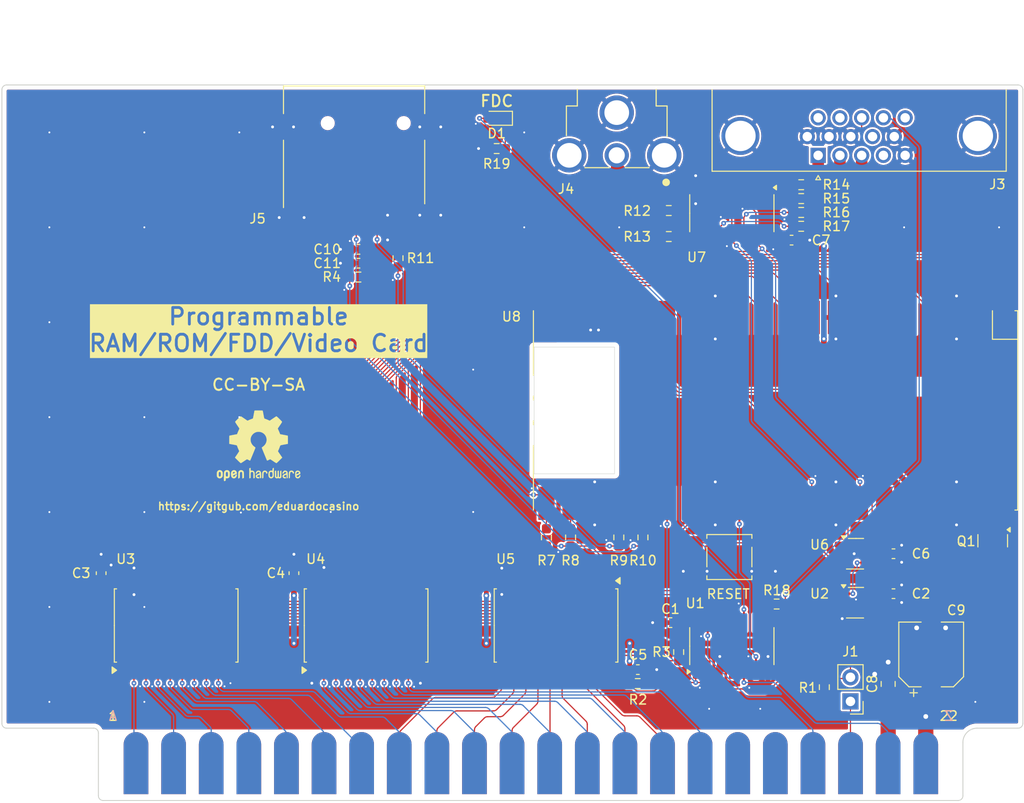
<source format=kicad_pcb>
(kicad_pcb (version 20221018) (generator pcbnew)
  (layers (0 "F.Cu" signal) (31 "B.Cu" signal) (34 "B.Paste" user) (35 "F.Paste" user) (36 "B.SilkS" user "B.Silkscreen") (37 "F.SilkS" user "F.Silkscreen") (38 "B.Mask" user) (39 "F.Mask" user) (44 "Edge.Cuts" user))
  (net 0 "")
  (net 1 "Net-(J1-Pin_2)")
  (net 2 "+5V")
  (net 5 "GND")
  (net 12 "/A8")
  (net 13 "/A9")
  (net 14 "/A10")
  (net 15 "/A11")
  (net 16 "/A12")
  (net 17 "/A13")
  (net 18 "/A14")
  (net 19 "/A15")
  (net 25 "/~{R}{slash}W")
  (net 27 "/~{Ø2}")
  (net 28 "/~{CE}")
  (net 31 "Net-(Q1-G)")
  (net 32 "Net-(Q1-S)")
  (net 33 "Net-(U8-RUN)")
  (net 34 "/RED")
  (net 35 "+3.3V")
  (net 36 "/AB0")
  (net 37 "/AB1")
  (net 38 "/AB2")
  (net 39 "/AB3")
  (net 40 "/AB4")
  (net 41 "/AB5")
  (net 42 "/AB6")
  (net 43 "/AB7")
  (net 44 "/AB8")
  (net 45 "/AB9")
  (net 46 "/AB10")
  (net 47 "/AB11")
  (net 48 "/AB12")
  (net 49 "/AB13")
  (net 50 "/AB14")
  (net 51 "/AB15")
  (net 52 "/GREEN")
  (net 53 "/DB0")
  (net 54 "/DB1")
  (net 55 "/DB2")
  (net 56 "/DB3")
  (net 57 "/DB4")
  (net 58 "/DB5")
  (net 59 "/DB6")
  (net 60 "/DB7")
  (net 61 "/~{DECEN}")
  (net 62 "/BLUE")
  (net 67 "Net-(J3-P13)")
  (net 68 "Net-(J3-P14)")
  (net 70 "/COMPOSITE")
  (net 71 "Net-(U3-G1)")
  (net 73 "/CSn")
  (net 74 "/TX")
  (net 75 "Net-(D1-K)")
  (net 76 "/SCK")
  (net 77 "/RX")
  (net 78 "Net-(J5-DAT3{slash}CD)")
  (net 79 "Net-(J5-CMD)")
  (net 80 "Net-(J5-CLK)")
  (net 81 "Net-(J5-DAT0)")
  (net 82 "Net-(R12-Pad2)")
  (net 83 "Net-(R13-Pad2)")
  (net 84 "Net-(R14-Pad2)")
  (net 85 "Net-(R15-Pad2)")
  (net 86 "Net-(R16-Pad2)")
  (net 87 "Net-(R17-Pad2)")
  (net 88 "Net-(R18-Pad2)")
  (net 89 "/R{slash}~{W}")
  (net 90 "/Ø2")
  (net 91 "/VSYNC")
  (net 92 "Net-(D1-A)")
  (net 93 "Net-(U2-Pad1)")
  (net 94 "/AD7")
  (net 95 "/AD6")
  (net 96 "/AD5")
  (net 97 "/AD4")
  (net 98 "/AD3")
  (net 99 "/AD2")
  (net 100 "/AD1")
  (net 101 "/AD0")
  (net 102 "/HSYNC")
  (net 103 "/VIDEO")
  (footprint "LED_SMD:LED_0603_1608Metric_Pad1.05x0.95mm_HandSolder" (layer "F.Cu") (at 103.3975 91.94 180)
    (fp_text reference "D1")
    (fp_text value "FDC")
  )
  (footprint "Resistor_SMD:R_0603_1608Metric_Pad0.98x0.95mm_HandSolder" (layer "F.Cu") (at 118.25 151.5)
    (fp_text reference "R2")
    (fp_text value "3K3")
  )
  (footprint "Resistor_SMD:R_0603_1608Metric_Pad0.98x0.95mm_HandSolder" (layer "F.Cu") (at 116.26 136.1 -90)
    (fp_text reference "R10")
    (fp_text value "47R")
  )
  (footprint "SOIC:SOIC-14_3.9x8.7mm_P1.27mm" (layer "F.Cu") (at 128.16 101.94 -90)
    (fp_text reference "U7")
    (fp_text value "LVC04")
  )
  (footprint "Capacitor_SMD:C_0603_1608Metric_Pad1.08x0.95mm_HandSolder" (layer "F.Cu") (at 118.26 150.03 180)
    (fp_text reference "C5")
    (fp_text value "100nF")
  )
  (footprint "Resistor_SMD:R_0603_1608Metric_Pad0.98x0.95mm_HandSolder" (layer "F.Cu") (at 93.01 106.6775 90)
    (fp_text reference "R11")
    (fp_text value "47R")
  )
  (footprint "CUI_Devices:CUI_RCJ-014" (layer "F.Cu") (at 116.04 89.8925 -90)
    (fp_text reference "J4")
    (fp_text value "VIdeo Out")
  )
  (footprint "Resistor_SMD:R_0603_1608Metric_Pad0.98x0.95mm_HandSolder" (layer "F.Cu") (at 103.3975 95.13)
    (fp_text reference "R19")
    (fp_text value "150R")
  )
  (footprint "Package_SO:SOIC-20W_7.5x12.8mm_P1.27mm" (layer "F.Cu") (at 109.65 145.38 -90)
    (fp_text reference "U5")
    (fp_text value "74LVC245")
  )
  (footprint "Connector_PinHeader_2.54mm:PinHeader_1x02_P2.54mm_Vertical" (layer "F.Cu") (at 140.65 153.38 180)
    (fp_text reference "J1")
    (fp_text value "Conn_02x01")
  )
  (footprint "Capacitor_SMD:C_0603_1608Metric_Pad1.08x0.95mm_HandSolder" (layer "F.Cu") (at 121.7 145.08)
    (fp_text reference "C1")
    (fp_text value "100nF")
  )
  (footprint "Package_SO:SOIC-20W_7.5x12.8mm_P1.27mm" (layer "F.Cu") (at 89.65 145.38 90)
    (fp_text reference "U4")
    (fp_text value "74LVC541")
  )
  (footprint "Package_TO_SOT_SMD:SOT-23-6_Handsoldering" (layer "F.Cu") (at 141.13 137.82)
    (fp_text reference "U6")
    (fp_text value "74LVC1G27")
  )
  (footprint "Capacitor_SMD:CP_Elec_6.3x5.9" (layer "F.Cu") (at 149.15 148.43 90)
    (fp_text reference "C9")
    (fp_text value "100uF")
  )
  (footprint "Capacitor_SMD:C_0603_1608Metric_Pad1.08x0.95mm_HandSolder" (layer "F.Cu") (at 145.18 142.03 180)
    (fp_text reference "C2")
    (fp_text value "100nF")
  )
  (footprint "Capacitor_SMD:C_0805_2012Metric_Pad1.18x1.45mm_HandSolder" (layer "F.Cu") (at 144.62 151.54 90)
    (fp_text reference "C8")
    (fp_text value "100nF")
  )
  (footprint "Button-Switch:SW_SPST_TL3305A" (layer "F.Cu") (at 127.9 138.17)
    (fp_text reference "SW1" hide)
    (fp_text value "RESET")
  )
  (footprint "Resistor_SMD:R_0603_1608Metric_Pad0.98x0.95mm_HandSolder" (layer "F.Cu") (at 132.8775 143.12 180)
    (fp_text reference "R18")
    (fp_text value "47R")
  )
  (footprint "Capacitor_SMD:C_0603_1608Metric_Pad1.08x0.95mm_HandSolder" (layer "F.Cu") (at 82.05 139.8675 -90)
    (fp_text reference "C4")
    (fp_text value "100nF")
  )
  (footprint "Connector_Dsub:DSUB-15-HD_Female_Horizontal_P2.29x1.98mm_EdgePinOffset3.03mm_Housed_MountingHolesOffset4.94mm" (layer "F.Cu") (at 137.25 95.85 180)
    (fp_text reference "J3")
    (fp_text value "VGA")
  )
  (footprint "PicoW:RPi_PicoW_SMD" (layer "F.Cu") (at 132.7675 122.7175 -90)
    (fp_text reference "U8")
    (fp_text value "PicoW")
  )
  (footprint "Capacitor_SMD:C_0603_1608Metric_Pad1.08x0.95mm_HandSolder" (layer "F.Cu") (at 134.45 104.78 180)
    (fp_text reference "C7")
    (fp_text value "100nF")
  )
  (footprint "Package_SO:SOIC-14_3.9x8.7mm_P1.27mm" (layer "F.Cu") (at 128.16 147.555 90)
    (fp_text reference "U1")
    (fp_text value "LVC04")
  )
  (footprint "Micro-SD:SD_Card_Holder_SMD_WQ21801-B2180-7F" (layer "F.Cu") (at 88.66 103.45 180)
    (fp_text reference "J5")
    (fp_text value "Micro_SD_Card_Det1")
  )
  (footprint "Symbol:OSHW-Logo2_9.8x8mm_SilkScreen" (layer "F.Cu") (at 78.33 126.44)
    (fp_text reference "REF**" hide)
    (fp_text value "OSHW-Logo2_9.8x8mm_SilkScreen" hide)
  )
  (footprint "Capacitor_SMD:C_0603_1608Metric_Pad1.08x0.95mm_HandSolder" (layer "F.Cu") (at 61.75 139.8675 -90)
    (fp_text reference "C3")
    (fp_text value "100nF")
  )
  (footprint "Resistor_SMD:R_0603_1608Metric_Pad0.98x0.95mm_HandSolder" (layer "F.Cu") (at 111.18 136.1 -90)
    (fp_text reference "R8")
    (fp_text value "47R")
  )
  (footprint "Capacitor_SMD:C_0603_1608Metric_Pad1.08x0.95mm_HandSolder" (layer "F.Cu") (at 88.8475 105.75)
    (fp_text reference "C10")
    (fp_text value "10uF")
  )
  (footprint "Resistor_SMD:R_0603_1608Metric_Pad0.98x0.95mm_HandSolder" (layer "F.Cu") (at 135.4625 101.86 180)
    (fp_text reference "R16")
    (fp_text value "270R")
  )
  (footprint "Resistor_SMD:R_0603_1608Metric_Pad0.98x0.95mm_HandSolder" (layer "F.Cu") (at 108.6375 136.1 -90)
    (fp_text reference "R7")
    (fp_text value "10K")
  )
  (footprint "Resistor_SMD:R_0603_1608Metric_Pad0.98x0.95mm_HandSolder" (layer "F.Cu") (at 88.845 108.67)
    (fp_text reference "R4")
    (fp_text value "10K")
  )
  (footprint "Capacitor_SMD:C_0603_1608Metric_Pad1.08x0.95mm_HandSolder" (layer "F.Cu") (at 88.8475 107.21)
    (fp_text reference "C11")
    (fp_text value "100nF")
  )
  (footprint "Resistor_SMD:R_0603_1608Metric_Pad0.98x0.95mm_HandSolder" (layer "F.Cu") (at 121.52 101.66)
    (fp_text reference "R12")
    (fp_text value "470R")
  )
  (footprint "Package_TO_SOT_SMD:SOT-23" (layer "F.Cu") (at 155.63 136.4525 -90)
    (fp_text reference "Q1")
    (fp_text value "DMG2305UX")
  )
  (footprint "Resistor_SMD:R_0603_1608Metric_Pad0.98x0.95mm_HandSolder" (layer "F.Cu") (at 135.4625 100.4 180)
    (fp_text reference "R15")
    (fp_text value "270R")
  )
  (footprint "Resistor_SMD:R_0603_1608Metric_Pad0.98x0.95mm_HandSolder" (layer "F.Cu") (at 122.56 148.18 90)
    (fp_text reference "R3")
    (fp_text value "3K3")
  )
  (footprint "MTU:EDGE_CONN" (layer "F.Cu") (at 107 160 90)
    (fp_text reference "J2" hide)
    (fp_text value "EDGE_CONN")
  )
  (footprint "Package_TO_SOT_SMD:SOT-23-5_HandSoldering" (layer "F.Cu") (at 141.13 142.98)
    (fp_text reference "U2")
    (fp_text value "74LVC1G38")
  )
  (footprint "Capacitor_SMD:C_0603_1608Metric_Pad1.08x0.95mm_HandSolder" (layer "F.Cu") (at 145.18 137.82 180)
    (fp_text reference "C6")
    (fp_text value "100nF")
  )
  (footprint "Package_SO:SOIC-20W_7.5x12.8mm_P1.27mm" (layer "F.Cu") (at 69.65 145.38 90)
    (fp_text reference "U3")
    (fp_text value "74LVC541")
  )
  (footprint "Resistor_SMD:R_0603_1608Metric_Pad0.98x0.95mm_HandSolder" (layer "F.Cu") (at 118.8 136.1 -90)
    (fp_text reference "R9")
    (fp_text value "47R")
  )
  (footprint "Resistor_SMD:R_0603_1608Metric_Pad0.98x0.95mm_HandSolder" (layer "F.Cu") (at 137.9 151.88 -90)
    (fp_text reference "R1")
    (fp_text value "3K3")
  )
  (footprint "Resistor_SMD:R_0603_1608Metric_Pad0.98x0.95mm_HandSolder" (layer "F.Cu") (at 121.52 104.4)
    (fp_text reference "R13")
    (fp_text value "270R")
  )
  (footprint "Resistor_SMD:R_0603_1608Metric_Pad0.98x0.95mm_HandSolder" (layer "F.Cu") (at 135.4625 98.94 180)
    (fp_text reference "R14")
    (fp_text value "270R")
  )
  (footprint "Resistor_SMD:R_0603_1608Metric_Pad0.98x0.95mm_HandSolder" (layer "F.Cu") (at 135.4625 103.32 180)
    (fp_text reference "R17")
    (fp_text value "47R")
  )
  (gr_arc (start 51.8 156.2) (mid 51.446447 156.053553) (end 51.3 155.7) (stroke (width 0.1)) (layer "Edge.Cuts"))
  (gr_line (start 158.3 88.43) (end 51.8 88.43) (stroke (width 0.1)) (layer "Edge.Cuts"))
  (gr_arc (start 158.8 155.7) (mid 158.653553 156.053553) (end 158.3 156.2) (stroke (width 0.1)) (layer "Edge.Cuts"))
  (gr_line (start 152.49 163.32) (end 152.49 157.7) (stroke (width 0.1)) (layer "Edge.Cuts"))
  (gr_arc (start 60.96 156.2) (mid 61.313553 156.346447) (end 61.46 156.7) (stroke (width 0.1)) (layer "Edge.Cuts"))
  (gr_line (start 51.8 156.2) (end 60.96 156.2) (stroke (width 0.1)) (layer "Edge.Cuts"))
  (gr_line (start 51.3 88.93) (end 51.3 155.7) (stroke (width 0.1)) (layer "Edge.Cuts"))
  (gr_line (start 153.99 156.2) (end 158.3 156.2) (stroke (width 0.1)) (layer "Edge.Cuts"))
  (gr_arc (start 61.96 163.82) (mid 61.606447 163.673553) (end 61.46 163.32) (stroke (width 0.1)) (layer "Edge.Cuts"))
  (gr_line (start 61.96 163.82) (end 151.99 163.82) (stroke (width 0.1)) (layer "Edge.Cuts"))
  (gr_arc (start 158.3 88.43) (mid 158.653553 88.576447) (end 158.8 88.93) (stroke (width 0.1)) (layer "Edge.Cuts"))
  (gr_arc (start 51.3 88.93) (mid 51.446447 88.576447) (end 51.8 88.43) (stroke (width 0.1)) (layer "Edge.Cuts"))
  (gr_line (start 158.8 155.7) (end 158.8 88.93) (stroke (width 0.1)) (layer "Edge.Cuts"))
  (gr_rect (start 107.34 116.05) (end 115.81 129.4) (stroke (width 0.05)) (fill none) (layer "Edge.Cuts"))
  (gr_arc (start 152.49 157.7) (mid 152.92934 156.63934) (end 153.99 156.2) (stroke (width 0.1)) (layer "Edge.Cuts"))
  (gr_line (start 61.46 156.7) (end 61.46 163.32) (stroke (width 0.1)) (layer "Edge.Cuts"))
  (gr_arc (start 152.49 163.32) (mid 152.343553 163.673553) (end 151.99 163.82) (stroke (width 0.1)) (layer "Edge.Cuts"))
  (gr_text "https://gitgub.com/eduardocasino" (at 78.33 133.29) (layer "F.SilkS") (effects (font (size 0.8 0.8) (thickness 0.15) bold) (justify bottom)))
  (gr_text "CC-BY-SA" (at 78.33 120.72) (layer "F.SilkS") (effects (font (size 1.2 1.2) (thickness 0.2) bold) (justify bottom)))
  (gr_text "Programmable\nRAM/ROM/FDD/Video Card" (at 78.33 116.67) (layer "F.SilkS" knockout) (effects (font (size 1.75 1.75) (thickness 0.3) bold) (justify bottom)))
  (segment (start 140.65 150.84) (end 140.65 147.307107) (width 0.127) (layer "F.Cu") (net 1))
  (segment (start 142.478515 143.931485) (end 142.48 143.93) (width 0.2) (layer "F.Cu") (net 1))
  (segment (start 140.796447 146.953553) (end 142.333554 145.416446) (width 0.127) (layer "F.Cu") (net 1))
  (segment (start 142.478515 145.128524) (end 142.478515 143.931485) (width 0.127) (layer "F.Cu") (net 1))
  (segment (start 140.639658 150.850342) (end 140.65 150.84) (width 0.2) (layer "F.Cu") (net 1))
  (segment (start 137.9 150.9675) (end 140.356815 150.9675) (width 0.127) (layer "F.Cu") (net 1))
  (arc (start 140.639658 150.850342) (mid 140.509889 150.937051) (end 140.356815 150.9675) (width 0.127) (layer "F.Cu") (net 1))
  (arc (start 140.65 147.307107) (mid 140.68806 147.115765) (end 140.796447 146.953553) (width 0.127) (layer "F.Cu") (net 1))
  (arc (start 142.333554 145.416446) (mid 142.428435 145.284037) (end 142.478515 145.128524) (width 0.127) (layer "F.Cu") (net 1))
  (segment (start 146.783553 151.376447) (end 144.766446 153.393554) (width 1.6) (layer "F.Cu") (net 2))
  (segment (start 155.63 146.742893) (end 155.63 141.11) (width 1.6) (layer "F.Cu") (net 2))
  (segment (start 144.621447 152.376447) (end 144.65 152.405) (width 0.2) (layer "F.Cu") (net 2))
  (segment (start 155.63 137.39) (end 155.63 139.8) (width 0.6) (layer "F.Cu") (net 2))
  (segment (start 155.63 141.11) (end 155.63 139.8) (width 1.2) (layer "F.Cu") (net 2))
  (segment (start 137.9 152.7925) (end 138.316054 152.376446) (width 0.2) (layer "F.Cu") (net 2))
  (segment (start 151.496447 151.083553) (end 155.483554 147.096446) (width 1.6) (layer "F.Cu") (net 2))
  (segment (start 144.65 159.85) (end 144.62 159.88) (width 0.2) (layer "F.Cu") (net 2))
  (segment (start 149.15 151.23) (end 147.137107 151.23) (width 1.6) (layer "F.Cu") (net 2))
  (segment (start 138.669607 152.23) (end 144.267893 152.23) (width 0.2) (layer "F.Cu") (net 2))
  (segment (start 144.62 153.747107) (end 144.62 159.88) (width 1.6) (layer "F.Cu") (net 2))
  (segment (start 149.15 151.23) (end 151.142893 151.23) (width 1.6) (layer "F.Cu") (net 2))
  (arc (start 144.621447 152.376447) (mid 144.459235 152.26806) (end 144.267893 152.23) (width 0.2) (layer "F.Cu") (net 2))
  (arc (start 151.142893 151.23) (mid 151.334235 151.19194) (end 151.496447 151.083553) (width 1.6) (layer "F.Cu") (net 2))
  (arc (start 144.62 153.747107) (mid 144.65806 153.555766) (end 144.766446 153.393554) (width 1.6) (layer "F.Cu") (net 2))
  (arc (start 147.137107 151.23) (mid 146.945765 151.26806) (end 146.783553 151.376447) (width 1.6) (layer "F.Cu") (net 2))
  (arc (start 155.483554 147.096446) (mid 155.591938 146.934234) (end 155.63 146.742893) (width 1.6) (layer "F.Cu") (net 2))
  (arc (start 138.669607 152.23) (mid 138.478266 152.26806) (end 138.316054 152.376446) (width 0.2) (layer "F.Cu") (net 2))
  (segment (start 139.1175 134.78) (end 139.1175 131.6075) (width 0.6) (layer "F.Cu") (net 5))
  (segment (start 120.8375 145.08) (end 119.82 145.08) (width 0.5) (layer "F.Cu") (net 5))
  (segment (start 123.05 139.67) (end 124.3 139.67) (width 0.6) (layer "F.Cu") (net 5))
  (segment (start 120.25 150.03) (end 119.1225 150.03) (width 0.6) (layer "F.Cu") (net 5))
  (segment (start 65.21 140.725) (end 65.205 140.73) (width 0.5) (layer "F.Cu") (net 5))
  (segment (start 83.12 102.4) (end 81.81 102.4) (width 0.6) (layer "F.Cu") (net 5))
  (segment (start 139.1175 130.25) (end 139.1175 131.6075) (width 0.6) (layer "F.Cu") (net 5))
  (segment (start 126.4175 130.25) (end 126.4175 131.6075) (width 0.6) (layer "F.Cu") (net 5))
  (segment (start 151.8175 110.66) (end 151.8175 112.0175) (width 0.6) (layer "F.Cu") (net 5))
  (segment (start 144.62 150.5025) (end 144.6125 150.51) (width 1) (layer "F.Cu") (net 5))
  (segment (start 65.21 140.735) (end 65.205 140.73) (width 0.5) (layer "F.Cu") (net 5))
  (segment (start 95.3 92.85) (end 96.41 92.85) (width 0.6) (layer "F.Cu") (net 5))
  (segment (start 130.25 139.67) (end 131.5 139.67) (width 0.6) (layer "F.Cu") (net 5))
  (segment (start 146.0425 136.9225) (end 146.04 136.92) (width 0.6) (layer "F.Cu") (net 5))
  (segment (start 147.62 145.63) (end 149.15 145.63) (width 1) (layer "F.Cu") (net 5))
  (segment (start 126.4175 134.78) (end 126.4175 131.6075) (width 0.6) (layer "F.Cu") (net 5))
  (segment (start 79.8 92.85) (end 80.91 92.85) (width 0.6) (layer "F.Cu") (net 5))
  (segment (start 85.205 139.275) (end 85.21 139.27) (width 0.2) (layer "F.Cu") (net 5))
  (segment (start 87.985 105.75) (end 86.95 105.75) (width 0.5) (layer "F.Cu") (net 5))
  (segment (start 97.51 92.85) (end 96.41 92.85) (width 0.6) (layer "F.Cu") (net 5))
  (segment (start 139.12 113.825) (end 139.1175 113.8275) (width 0.6) (layer "F.Cu") (net 5))
  (segment (start 131.97 148.65) (end 131.97 150.03) (width 0.5) (layer "F.Cu") (net 5))
  (segment (start 146.04 142.96) (end 146.04 142.0325) (width 0.6) (layer "F.Cu") (net 5))
  (segment (start 125.55 139.67) (end 124.3 139.67) (width 0.6) (layer "F.Cu") (net 5))
  (segment (start 91.91 102.15) (end 91.91 104.76) (width 0.6) (layer "F.Cu") (net 5))
  (segment (start 87.985 107.21) (end 87.985 105.75) (width 0.5) (layer "F.Cu") (net 5))
  (segment (start 80.5 102.4) (end 81.81 102.4) (width 0.6) (layer "F.Cu") (net 5))
  (segment (start 113.7175 130.25) (end 113.7175 131.6075) (width 0.6) (layer "F.Cu") (net 5))
  (segment (start 87.985 107.21) (end 86.95 107.21) (width 0.5) (layer "F.Cu") (net 5))
  (segment (start 144.6125 150.51) (end 143.2 150.51) (width 1) (layer "F.Cu") (net 5))
  (segment (start 146.0425 137.82) (end 146.0425 136.9225) (width 0.6) (layer "F.Cu") (net 5))
  (segment (start 65.21 139.32) (end 65.21 140.725) (width 0.5) (layer "F.Cu") (net 5))
  (segment (start 146.04 137.8225) (end 146.0425 137.82) (width 0.6) (layer "F.Cu") (net 5))
  (segment (start 146.04 138.72) (end 146.04 137.8225) (width 0.6) (layer "F.Cu") (net 5))
  (segment (start 95.3 102.15) (end 96.41 102.15) (width 0.6) (layer "F.Cu") (net 5))
  (segment (start 144.62 149.24) (end 144.62 150.5025) (width 1) (layer "F.Cu") (net 5))
  (segment (start 61.75 137.8775) (end 61.75 139.005) (width 0.5) (layer "F.Cu") (net 5))
  (segment (start 126.4175 115.19) (end 126.4175 112.0175) (width 0.6) (layer "F.Cu") (net 5))
  (segment (start 146.04 142.0325) (end 146.0425 142.03) (width 0.6) (layer "F.Cu") (net 5))
  (segment (start 97.51 102.15) (end 96.41 102.15) (width 0.6) (layer "F.Cu") (net 5))
  (segment (start 136.36 104.78) (end 135.3125 104.78) (width 0.5) (layer "F.Cu") (net 5))
  (segment (start 82.05 137.8775) (end 82.05 139.005) (width 0.5) (layer "F.Cu") (net 5))
  (segment (start 151.82 113.83) (end 151.8175 113.8275) (width 0.6) (layer "F.Cu") (net 5))
  (segment (start 151.8175 134.78) (end 151.8175 131.6075) (width 0.6) (layer "F.Cu") (net 5))
  (segment (start 82.01 92.85) (end 80.91 92.85) (width 0.6) (layer "F.Cu") (net 5))
  (segment (start 85.205 140.73) (end 85.205 139.275) (width 0.5) (layer "F.Cu") (net 5))
  (segment (start 103.935 142.11) (end 103.935 140.73) (width 0.5) (layer "F.Cu") (net 5))
  (segment (start 126.89 148.65) (end 126.89 150.03) (width 0.5) (layer "F.Cu") (net 5))
  (segment (start 146.04 142.0275) (end 146.0425 142.03) (width 0.6) (layer "F.Cu") (net 5))
  (segment (start 83.935 149.272107) (end 83.935 150.03) (width 0.127) (layer "F.Cu") (net 5))
  (segment (start 62.8 139.01) (end 61.755 139.01) (width 0.5) (layer "F.Cu") (net 5))
  (segment (start 113.7175 134.78) (end 113.7175 131.6075) (width 0.6) (layer "F.Cu") (net 5))
  (segment (start 65.21 142.13) (end 65.21 140.735) (width 0.5) (layer "F.Cu") (net 5))
  (segment (start 139.12 113.83) (end 139.1175 113.8275) (width 0.6) (layer "F.Cu") (net 5))
  (segment (start 141.04 137.82) (end 139.78 137.82) (width 0.6) (layer "F.Cu") (net 5))
  (segment (start 75.365 151.46) (end 75.365 150.03) (width 0.5) (layer "F.Cu") (net 5))
  (segment (start 126.4175 110.66) (end 126.4175 112.0175) (width 0.6) (layer "F.Cu") (net 5))
  (segment (start 124.35 97.99) (end 124.35 99.465) (width 0.5) (layer "F.Cu") (net 5))
  (segment (start 150.67 145.63) (end 149.15 145.63) (width 1) (layer "F.Cu") (net 5))
  (segment (start 139.1175 115.19) (end 139.1175 112.0175) (width 0.6) (layer "F.Cu") (net 5))
  (segment (start 61.755 139.01) (end 61.75 139.005) (width 0.5) (layer "F.Cu") (net 5))
  (segment (start 146.04 141.11) (end 146.04 142.0275) (width 0.6) (layer "F.Cu") (net 5))
  (segment (start 101.49 95.13) (end 102.485 95.13) (width 0.5) (layer "F.Cu") (net 5))
  (segment (start 139.1175 110.66) (end 139.1175 112.0175) (width 0.6) (layer "F.Cu") (net 5))
  (segment (start 151.82 113.825) (end 151.8175 113.8275) (width 0.6) (layer "F.Cu") (net 5))
  (segment (start 132.75 139.67) (end 131.5 139.67) (width 0.6) (layer "F.Cu") (net 5))
  (segment (start 95.365 151.46) (end 95.365 150.03) (width 0.5) (layer "F.Cu") (net 5))
  (segment (start 124.35 100.94) (end 124.35 99.465) (width 0.5) (layer "F.Cu") (net 5))
  (segment (start 151.8175 130.25) (end 151.8175 131.6075) (width 0.6) (layer "F.Cu") (net 5))
  (segment (start 103.935 139.34) (end 103.935 140.73) (width 0.5) (layer "F.Cu") (net 5))
  (segment (start 139.78 144.66) (end 139.78 143.93) (width 0.6) (layer "F.Cu") (net 5))
  (segment (start 148.58 159.88) (end 148.58 154.97) (width 1.6) (layer "F.Cu") (net 5))
  (segment (start 151.8175 115.19) (end 151.8175 112.0175) (width 0.6) (layer "F.Cu") (net 5))
  (via (at 97.51 92.85) (size 0.6) (drill 0.3) (layers "F.Cu" "B.Cu") (net 5))
  (via (at 65.21 142.13) (size 0.6) (drill 0.3) (layers "F.Cu" "B.Cu") (net 5))
  (via (at 132.52 105.74) (size 0.5) (drill 0.2) (layers "F.Cu" "B.Cu") (net 5))
  (via (at 156.3 103.43) (size 0.5) (drill 0.2) (layers "F.Cu" "B.Cu") (net 5))
  (via (at 66.3 103.43) (size 0.5) (drill 0.2) (layers "F.Cu" "B.Cu") (net 5))
  (via (at 131.97 148.65) (size 0.6) (drill 0.3) (layers "F.Cu" "B.Cu") (net 5))
  (via (at 151.8175 115.19) (size 0.6) (drill 0.3) (layers "F.Cu" "B.Cu") (net 5))
  (via (at 126.4175 130.25) (size 0.6) (drill 0.3) (layers "F.Cu" "B.Cu") (net 5))
  (via (at 139.78 144.66) (size 0.6) (drill 0.3) (layers "F.Cu" "B.Cu") (net 5))
  (via (at 91.91 104.76) (size 0.6) (drill 0.3) (layers "F.Cu" "B.Cu") (net 5))
  (via (at 147.62 145.63) (size 1) (drill 0.5) (layers "F.Cu" "B.Cu") (net 5))
  (via (at 129.28 101.47) (size 0.5) (drill 0.2) (layers "F.Cu" "B.Cu") (net 5))
  (via (at 85.21 139.27) (size 0.6) (drill 0.3) (layers "F.Cu" "B.Cu") (net 5))
  (via (at 56.3 93.43) (size 0.5) (drill 0.2) (layers "F.Cu" "B.Cu") (net 5))
  (via (at 74.74 151.79) (size 0.5) (drill 0.2) (layers "F.Cu" "B.Cu") (net 5))
  (via (at 107.09 130.93) (size 0.5) (drill 0.2) (layers "F.Cu" "B.Cu") (net 5))
  (via (at 56.3 153.43) (size 0.5) (drill 0.2) (layers "F.Cu" "B.Cu") (net 5))
  (via (at 124.79 151.94) (size 0.5) (drill 0.2) (layers "F.Cu" "B.Cu") (net 5))
  (via (at 68.39 151.79) (size 0.5) (drill 0.2) (layers "F.Cu" "B.Cu") (net 5))
  (via (at 83.12 102.4) (size 0.6) (drill 0.3) (layers "F.Cu" "B.Cu") (net 5))
  (via (at 76.463909 133.483909) (size 0.5) (drill 0.2) (layers "F.Cu" "B.Cu") (net 5))
  (via (at 141.957841 129.617703) (size 0.5) (drill 0.2) (layers "F.Cu" "B.Cu") (net 5))
  (via (at 85.808909 151.831091) (size 0.5) (drill 0.2) (layers "F.Cu" "B.Cu") (net 5))
  (via (at 141.04 137.82) (size 0.6) (drill 0.3) (layers "F.Cu" "B.Cu") (net 5))
  (via (at 139.1175 110.66) (size 0.6) (drill 0.3) (layers "F.Cu" "B.Cu") (net 5))
  (via (at 83.935 151.46) (size 0.6) (drill 0.3) (layers "F.Cu" "B.Cu") (net 5))
  (via (at 65.21 139.32) (size 0.6) (drill 0.3) (layers "F.Cu" "B.Cu") (net 5))
  (via (at 148.58 154.97) (size 1.6) (drill 0.5) (layers "F.Cu" "B.Cu") (net 5))
  (via (at 91.91 102.15) (size 0.6) (drill 0.3) (layers "F.Cu" "B.Cu") (net 5))
  (via (at 133.09 142.15) (size 0.5) (drill 0.2) (layers "F.Cu" "B.Cu") (net 5))
  (via (at 92.158909 151.831091) (size 0.5) (drill 0.2) (layers "F.Cu" "B.Cu") (net 5))
  (via (at 106.3 103.43) (size 0.5) (drill 0.2) (layers "F.Cu" "B.Cu") (net 5))
  (via (at 153.8 153.43) (size 0.5) (drill 0.2) (layers "F.Cu" "B.Cu") (net 5))
  (via (at 87.078909 151.831091) (size 0.5) (drill 0.2) (layers "F.Cu" "B.Cu") (net 5))
  (via (at 128.88 143.065958) (size 0.5) (drill 0.2) (layers "F.Cu" "B.Cu") (net 5))
  (via (at 136.36 104.78) (size 0.6) (drill 0.3) (layers "F.Cu" "B.Cu") (net 5))
  (via (at 62.8 139.01) (size 0.6) (drill 0.3) (layers "F.Cu" "B.Cu") (net 5))
  (via (at 100.925 133.42) (size 0.5) (drill 0.2) (layers "F.Cu" "B.Cu") (net 5))
  (via (at 82.05 137.8775) (size 0.6) (drill 0.3) (layers "F.Cu" "B.Cu") (net 5))
  (via (at 123.05 139.67) (size 0.6) (drill 0.3) (layers "F.Cu" "B.Cu") (net 5))
  (via (at 126.4175 134.78) (size 0.6) (drill 0.3) (layers "F.Cu" "B.Cu") (net 5))
  (via (at 69.66 151.79) (size 0.5) (drill 0.2) (layers "F.Cu" "B.Cu") (net 5))
  (via (at 80.5 102.4) (size 0.6) (drill 0.3) (layers "F.Cu" "B.Cu") (net 5))
  (via (at 127 102.34) (size 0.5) (drill 0.2) (layers "F.Cu" "B.Cu") (net 5))
  (via (at 56.3 143.43) (size 0.5) (drill 0.2) (layers "F.Cu" "B.Cu") (net 5))
  (via (at 66.3 123.43) (size 0.5) (drill 0.2) (layers "F.Cu" "B.Cu") (net 5))
  (via (at 56.3 133.43) (size 0.5) (drill 0.2) (layers "F.Cu" "B.Cu") (net 5))
  (via (at 144.62 149.24) (size 1) (drill 0.5) (layers "F.Cu" "B.Cu") (net 5))
  (via (at 92.46 108.98) (size 0.5) (drill 0.2) (layers "F.Cu" "B.Cu") (net 5))
  (via (at 113.7175 134.78) (size 0.6) (drill 0.3) (layers "F.Cu" "B.Cu") (net 5))
  (via (at 126.4175 115.19) (size 0.6) (drill 0.3) (layers "F.Cu" "B.Cu") (net 5))
  (via (at 94.698909 151.831091) (size 0.5) (drill 0.2) (layers "F.Cu" "B.Cu") (net 5))
  (via (at 85.925 133.42) (size 0.5) (drill 0.2) (layers "F.Cu" "B.Cu") (net 5))
  (via (at 56.3 123.43) (size 0.5) (drill 0.2) (layers "F.Cu" "B.Cu") (net 5))
  (via (at 146.04 141.11) (size 0.6) (drill 0.3) (layers "F.Cu" "B.Cu") (net 5))
  (via (at 61.75 137.8775) (size 0.6) (drill 0.3) (layers "F.Cu" "B.Cu") (net 5))
  (via (at 103.935 142.11) (size 0.6) (drill 0.3) (layers "F.Cu" "B.Cu") (net 5))
  (via (at 126.4175 110.66) (size 0.6) (drill 0.3) (layers "F.Cu" "B.Cu") (net 5))
  (via (at 146.3 103.43) (size 0.5) (drill 0.2) (layers "F.Cu" "B.Cu") (net 5))
  (via (at 117.49 136.39) (size 0.5) (drill 0.2) (layers "F.Cu" "B.Cu") (net 5))
  (via (at 120.25 150.03) (size 0.6) (drill 0.3) (layers "F.Cu" "B.Cu") (net 5))
  (via (at 139.1175 134.78) (size 0.6) (drill 0.3) (layers "F.Cu" "B.Cu") (net 5))
  (via (at 114.12 114.25) (size 0.6) (drill 0.3) (layers "F.Cu" "B.Cu") (net 5))
  (via (at 73.47 151.79) (size 0.5) (drill 0.2) (layers "F.Cu" "B.Cu") (net 5))
  (via (at 72.2 151.79) (size 0.5) (drill 0.2) (layers "F.Cu" "B.Cu") (net 5))
  (via (at 130.25 139.67) (size 0.6) (drill 0.3) (layers "F.Cu" "B.Cu") (net 5))
  (via (at 133.698909 102.581091) (size 0.5) (drill 0.2) (layers "F.Cu" "B.Cu") (net 5))
  (via (at 146.04 142.96) (size 0.6) (drill 0.3) (layers "F.Cu" "B.Cu") (net 5))
  (via (at 95.3 102.15) (size 0.6) (drill 0.3) (layers "F.Cu" "B.Cu") (net 5))
  (via (at 126.89 148.65) (size 0.6) (drill 0.3) (layers "F.Cu" "B.Cu") (net 5))
  (via (at 66.3 133.43) (size 0.5) (drill 0.2) (layers "F.Cu" "B.Cu") (net 5))
  (via (at 95.3 92.85) (size 0.6) (drill 0.3) (layers "F.Cu" "B.Cu") (net 5))
  (via (at 101.2 92.52) (size 0.5) (drill 0.2) (layers "F.Cu" "B.Cu") (net 5))
  (via (at 101.49 95.13) (size 0.6) (drill 0.3) (layers "F.Cu" "B.Cu") (net 5))
  (via (at 132.75 139.67) (size 0.6) (drill 0.3) (layers "F.Cu" "B.Cu") (net 5))
  (via (at 86.95 105.75) (size 0.6) (drill 0.3) (layers "F.Cu" "B.Cu") (net 5))
  (via (at 114.94 136.38) (size 0.5) (drill 0.2) (layers "F.Cu" "B.Cu") (net 5))
  (via (at 125.55 139.67) (size 0.6) (drill 0.3) (layers "F.Cu" "B.Cu") (net 5))
  (via (at 67.12 151.79) (size 0.5) (drill 0.2) (layers "F.Cu" "B.Cu") (net 5))
  (via (at 100.925 118.42) (size 0.5) (drill 0.2) (layers "F.Cu" "B.Cu") (net 5))
  (via (at 88.348909 151.831091) (size 0.5) (drill 0.2) (layers "F.Cu" "B.Cu") (net 5))
  (via (at 93.428909 151.831091) (size 0.5) (drill 0.2) (layers "F.Cu" "B.Cu") (net 5))
  (via (at 139.1175 115.19) (size 0.6) (drill 0.3) (layers "F.Cu" "B.Cu") (net 5))
  (via (at 95.365 151.46) (size 0.6) (drill 0.3) (layers "F.Cu" "B.Cu") (net 5))
  (via (at 65.85 151.79) (size 0.5) (drill 0.2) (layers "F.Cu" "B.Cu") (net 5))
  (via (at 129.901078 148.628896) (size 0.5) (drill 0.2) (layers "F.Cu" "B.Cu") (net 5))
  (via (at 66.3 143.43) (size 0.5) (drill 0.2) (layers "F.Cu" "B.Cu") (net 5))
  (via (at 131.15 154.16) (size 0.5) (drill 0.2) (layers "F.Cu" "B.Cu") (net 5))
  (via (at 129.99757 151.94) (size 0.5) (drill 0.2) (layers "F.Cu" "B.Cu") (net 5))
  (via (at 87.93 104.87) (size 0.5) (drill 0.2) (layers "F.Cu" "B.Cu") (net 5))
  (via (at 150.67 145.63) (size 1) (drill 0.5) (layers "F.Cu" "B.Cu") (net 5))
  (via (at 124.35 97.99) (size 0.6) (drill 0.3) (layers "F.Cu" "B.Cu") (net 5))
  (via (at 124.35 100.94) (size 0.6) (drill 0.3) (layers "F.Cu" "B.Cu") (net 5))
  (via (at 87.35 110.02) (size 0.5) (drill 0.2) (layers "F.Cu" "B.Cu") (net 5))
  (via (at 56.3 103.43) (size 0.5) (drill 0.2) (layers "F.Cu" "B.Cu") (net 5))
  (via (at 113.29 114.25) (size 0.6) (drill 0.3) (layers "F.Cu" "B.Cu") (net 5))
  (via (at 82.01 92.85) (size 0.6) (drill 0.3) (layers "F.Cu" "B.Cu") (net 5))
  (via (at 139.1175 130.25) (size 0.6) (drill 0.3) (layers "F.Cu" "B.Cu") (net 5))
  (via (at 106.3 93.43) (size 0.5) (drill 0.2) (layers "F.Cu" "B.Cu") (net 5))
  (via (at 151.8175 134.78) (size 0.6) (drill 0.3) (layers "F.Cu" "B.Cu") (net 5))
  (via (at 119.82 145.08) (size 0.6) (drill 0.3) (layers "F.Cu" "B.Cu") (net 5))
  (via (at 151.8175 110.66) (size 0.6) (drill 0.3) (layers "F.Cu" "B.Cu") (net 5))
  (via (at 86.95 107.21) (size 0.6) (drill 0.3) (layers "F.Cu" "B.Cu") (net 5))
  (via (at 97.51 102.15) (size 0.6) (drill 0.3) (layers "F.Cu" "B.Cu") (net 5))
  (via (at 103.935 139.34) (size 0.6) (drill 0.3) (layers "F.Cu" "B.Cu") (net 5))
  (via (at 124.92 146.5175) (size 0.5) (drill 0.2) (layers "F.Cu" "B.Cu") (net 5))
  (via (at 136.96 129.63) (size 0.5) (drill 0.2) (layers "F.Cu" "B.Cu") (net 5))
  (via (at 76.3 93.43) (size 0.5) (drill 0.2) (layers "F.Cu" "B.Cu") (net 5))
  (via (at 125.77 154.16) (size 0.5) (drill 0.2) (layers "F.Cu" "B.Cu") (net 5))
  (via (at 146.04 136.92) (size 0.6) (drill 0.3) (layers "F.Cu" "B.Cu") (net 5))
  (via (at 90.888909 151.831091) (size 0.5) (drill 0.2) (layers "F.Cu" "B.Cu") (net 5))
  (via (at 127.635545 105.410883) (size 0.5) (drill 0.2) (layers "F.Cu" "B.Cu") (net 5))
  (via (at 141.232864 142.645797) (size 0.5) (drill 0.2) (layers "F.Cu" "B.Cu") (net 5))
  (via (at 143.2 150.51) (size 1) (drill 0.5) (layers "F.Cu" "B.Cu") (net 5))
  (via (at 75.365 151.46) (size 0.5) (drill 0.2) (layers "F.Cu" "B.Cu") (net 5))
  (via (at 116.3 103.43) (size 0.5) (drill 0.2) (layers "F.Cu" "B.Cu") (net 5))
  (via (at 89.618909 151.831091) (size 0.5) (drill 0.2) (layers "F.Cu" "B.Cu") (net 5))
  (via (at 146.04 138.72) (size 0.6) (drill 0.3) (layers "F.Cu" "B.Cu") (net 5))
  (via (at 56.3 113.43) (size 0.5) (drill 0.2) (layers "F.Cu" "B.Cu") (net 5))
  (via (at 113.7175 130.25) (size 0.6) (drill 0.3) (layers "F.Cu" "B.Cu") (net 5))
  (via (at 109.88 137.64) (size 0.5) (drill 0.2) (layers "F.Cu" "B.Cu") (net 5))
  (via (at 120.670658 134.894901) (size 0.5) (drill 0.2) (layers "F.Cu" "B.Cu") (net 5))
  (via (at 66.3 153.43) (size 0.5) (drill 0.2) (layers "F.Cu" "B.Cu") (net 5))
  (via (at 86.3 113.43) (size 0.5) (drill 0.2) (layers "F.Cu" "B.Cu") (net 5))
  (via (at 79.8 92.85) (size 0.6) (drill 0.3) (layers "F.Cu" "B.Cu") (net 5))
  (via (at 76.3 123.43) (size 0.5) (drill 0.2) (layers "F.Cu" "B.Cu") (net 5))
  (via (at 66.3 93.43) (size 0.5) (drill 0.2) (layers "F.Cu" "B.Cu") (net 5))
  (via (at 70.93 151.79) (size 0.5) (drill 0.2) (layers "F.Cu" "B.Cu") (net 5))
  (via (at 76.3 113.43) (size 0.5) (drill 0.2) (layers "F.Cu" "B.Cu") (net 5))
  (via (at 151.8175 130.25) (size 0.6) (drill 0.3) (layers "F.Cu" "B.Cu") (net 5))
  (segment (start 128.291947 109.061947) (end 131.351054 112.121054) (width 0.127) (layer "F.Cu") (net 12))
  (segment (start 86.621447 123.028553) (end 100.588054 109.061946) (width 0.127) (layer "F.Cu") (net 12))
  (segment (start 86.475 140.73) (end 86.475 123.382107) (width 0.127) (layer "F.Cu") (net 12))
  (segment (start 131.4975 112.474607) (end 131.4975 113.8275) (width 0.127) (layer "F.Cu") (net 12))
  (segment (start 100.941607 108.9155) (end 127.938393 108.9155) (width 0.127) (layer "F.Cu") (net 12))
  (arc (start 131.351054 112.121054) (mid 131.45944 112.283266) (end 131.4975 112.474607) (width 0.127) (layer "F.Cu") (net 12))
  (arc (start 86.475 123.382107) (mid 86.51306 123.190765) (end 86.621447 123.028553) (width 0.127) (layer "F.Cu") (net 12))
  (arc (start 128.291947 109.061947) (mid 128.129735 108.95356) (end 127.938393 108.9155) (width 0.127) (layer "F.Cu") (net 12))
  (arc (start 100.941607 108.9155) (mid 100.750266 108.95356) (end 100.588054 109.061946) (width 0.127) (layer "F.Cu") (net 12))
  (segment (start 87.745 140.73) (end 87.745 122.582107) (width 0.127) (layer "F.Cu") (net 13))
  (segment (start 128.9575 112.474607) (end 128.9575 113.8275) (width 0.127) (layer "F.Cu") (net 13))
  (segment (start 126.078947 109.388947) (end 128.811054 112.121054) (width 0.127) (layer "F.Cu") (net 13))
  (segment (start 87.891447 122.228553) (end 100.731054 109.388946) (width 0.127) (layer "F.Cu") (net 13))
  (segment (start 101.084607 109.2425) (end 125.725393 109.2425) (width 0.127) (layer "F.Cu") (net 13))
  (arc (start 128.811054 112.121054) (mid 128.91944 112.283266) (end 128.9575 112.474607) (width 0.127) (layer "F.Cu") (net 13))
  (arc (start 87.891447 122.228553) (mid 87.78306 122.390765) (end 87.745 122.582107) (width 0.127) (layer "F.Cu") (net 13))
  (arc (start 126.078947 109.388947) (mid 125.916735 109.28056) (end 125.725393 109.2425) (width 0.127) (layer "F.Cu") (net 13))
  (arc (start 100.731054 109.388946) (mid 100.893266 109.28056) (end 101.084607 109.2425) (width 0.127) (layer "F.Cu") (net 13))
  (segment (start 121.325947 109.715947) (end 123.731054 112.121054) (width 0.127) (layer "F.Cu") (net 14))
  (segment (start 89.161447 121.428553) (end 100.874054 109.715946) (width 0.127) (layer "F.Cu") (net 14))
  (segment (start 123.8775 112.474607) (end 123.8775 113.8275) (width 0.127) (layer "F.Cu") (net 14))
  (segment (start 89.015 140.73) (end 89.015 121.782107) (width 0.127) (layer "F.Cu") (net 14))
  (segment (start 101.227607 109.5695) (end 120.972393 109.5695) (width 0.127) (layer "F.Cu") (net 14))
  (arc (start 89.161447 121.428553) (mid 89.05306 121.590765) (end 89.015 121.782107) (width 0.127) (layer "F.Cu") (net 14))
  (arc (start 100.874054 109.715946) (mid 101.036266 109.60756) (end 101.227607 109.5695) (width 0.127) (layer "F.Cu") (net 14))
  (arc (start 121.325947 109.715947) (mid 121.163735 109.60756) (end 120.972393 109.5695) (width 0.127) (layer "F.Cu") (net 14))
  (arc (start 123.8775 112.474607) (mid 123.83944 112.283266) (end 123.731054 112.121054) (width 0.127) (layer "F.Cu") (net 14))
  (segment (start 101.370815 109.8965) (end 118.616432 109.8965) (width 0.127) (layer "F.Cu") (net 15))
  (segment (start 90.285 140.73) (end 90.285 120.982315) (width 0.127) (layer "F.Cu") (net 15))
  (segment (start 118.969986 110.042947) (end 121.191054 112.264015) (width 0.127) (layer "F.Cu") (net 15))
  (segment (start 90.431447 120.628761) (end 101.017262 110.042946) (width 0.127) (layer "F.Cu") (net 15))
  (segment (start 121.3375 112.617568) (end 121.3375 113.8275) (width 0.127) (layer "F.Cu") (net 15))
  (arc (start 101.370815 109.8965) (mid 101.179474 109.93456) (end 101.017262 110.042946) (width 0.127) (layer "F.Cu") (net 15))
  (arc (start 121.3375 112.617568) (mid 121.29944 112.426227) (end 121.191054 112.264015) (width 0.127) (layer "F.Cu") (net 15))
  (arc (start 90.431447 120.628761) (mid 90.32306 120.790973) (end 90.285 120.982315) (width 0.127) (layer "F.Cu") (net 15))
  (arc (start 118.969986 110.042947) (mid 118.807774 109.93456) (end 118.616432 109.8965) (width 0.127) (layer "F.Cu") (net 15))
  (segment (start 118.7975 112.617568) (end 118.7975 113.8275) (width 0.127) (layer "F.Cu") (net 16))
  (segment (start 91.555 140.73) (end 91.555 120.174763) (width 0.127) (layer "F.Cu") (net 16))
  (segment (start 116.756986 110.369947) (end 118.651054 112.264015) (width 0.127) (layer "F.Cu") (net 16))
  (segment (start 101.506263 110.2235) (end 116.403432 110.2235) (width 0.127) (layer "F.Cu") (net 16))
  (segment (start 91.701447 119.821209) (end 101.15271 110.369946) (width 0.127) (layer "F.Cu") (net 16))
  (arc (start 116.403432 110.2235) (mid 116.594774 110.26156) (end 116.756986 110.369947) (width 0.127) (layer "F.Cu") (net 16))
  (arc (start 91.701447 119.821209) (mid 91.59306 119.983421) (end 91.555 120.174763) (width 0.127) (layer "F.Cu") (net 16))
  (arc (start 118.7975 112.617568) (mid 118.75944 112.426227) (end 118.651054 112.264015) (width 0.127) (layer "F.Cu") (net 16))
  (arc (start 101.506263 110.2235) (mid 101.314922 110.26156) (end 101.15271 110.369946) (width 0.127) (layer "F.Cu") (net 16))
  (segment (start 114.686947 110.696947) (end 116.2575 112.2675) (width 0.127) (layer "F.Cu") (net 17))
  (segment (start 92.929959 119.057052) (end 92.967566 119.017717) (width 0.127) (layer "F.Cu") (net 17))
  (segment (start 116.403947 114.229051) (end 122.52445 120.349554) (width 0.127) (layer "F.Cu") (net 17))
  (segment (start 142.93 129.997107) (end 142.93 136.215393) (width 0.127) (layer "F.Cu") (net 17))
  (segment (start 92.912868 119.074321) (end 92.922111 119.065078) (width 0.127) (layer "F.Cu") (net 17))
  (segment (start 122.878003 120.496) (end 133.428893 120.496) (width 0.127) (layer "F.Cu") (net 17))
  (segment (start 133.782447 120.642447) (end 142.783554 129.643554) (width 0.127) (layer "F.Cu") (net 17))
  (segment (start 142.783553 136.568947) (end 142.48 136.8725) (width 0.127) (layer "F.Cu") (net 17))
  (segment (start 116.2575 113.8275) (end 116.2575 113.875497) (width 0.127) (layer "F.Cu") (net 17))
  (segment (start 92.975417 119.009687) (end 101.288158 110.696946) (width 0.127) (layer "F.Cu") (net 17))
  (segment (start 101.641711 110.5505) (end 114.333393 110.5505) (width 0.127) (layer "F.Cu") (net 17))
  (segment (start 92.825 140.73) (end 92.825 119.286453) (width 0.127) (layer "F.Cu") (net 17))
  (arc (start 101.641711 110.5505) (mid 101.45037 110.58856) (end 101.288158 110.696946) (width 0.127) (layer "F.Cu") (net 17))
  (arc (start 92.975417 119.009687) (mid 92.971469 119.01368) (end 92.967566 119.017717) (width 0.127) (layer "F.Cu") (net 17))
  (arc (start 142.93 136.215393) (mid 142.89194 136.406735) (end 142.783553 136.568947) (width 0.127) (layer "F.Cu") (net 17))
  (arc (start 114.333393 110.5505) (mid 114.524735 110.58856) (end 114.686947 110.696947) (width 0.127) (layer "F.Cu") (net 17))
  (arc (start 92.825 119.286453) (mid 92.847836 119.171648) (end 92.912868 119.074321) (width 0.127) (layer "F.Cu") (net 17))
  (arc (start 142.783554 129.643554) (mid 142.89194 129.805766) (end 142.93 129.997107) (width 0.127) (layer "F.Cu") (net 17))
  (arc (start 92.929959 119.057052) (mid 92.926058 119.061087) (end 92.922111 119.065078) (width 0.127) (layer "F.Cu") (net 17))
  (arc (start 116.2575 113.875497) (mid 116.29556 114.066839) (end 116.403947 114.229051) (width 0.127) (layer "F.Cu") (net 17))
  (arc (start 122.52445 120.349554) (mid 122.686662 120.45794) (end 122.878003 120.496) (width 0.127) (layer "F.Cu") (net 17))
  (arc (start 133.428893 120.496) (mid 133.620235 120.53406) (end 133.782447 120.642447) (width 0.127) (layer "F.Cu") (net 17))
  (segment (start 122.742555 120.823) (end 130.815893 120.823) (width 0.127) (layer "F.Cu") (net 18))
  (segment (start 94.095 140.73) (end 94.095 118.559659) (width 0.127) (layer "F.Cu") (net 18))
  (segment (start 94.241446 118.206106) (end 101.423606 111.023946) (width 0.127) (layer "F.Cu") (net 18))
  (segment (start 131.169447 120.969447) (end 140.243554 130.043554) (width 0.127) (layer "F.Cu") (net 18))
  (segment (start 111.1775 113.8275) (end 112.276554 114.926554) (width 0.127) (layer "F.Cu") (net 18))
  (segment (start 140.243553 136.408947) (end 139.78 136.8725) (width 0.127) (layer "F.Cu") (net 18))
  (segment (start 140.39 130.397107) (end 140.39 136.055393) (width 0.127) (layer "F.Cu") (net 18))
  (segment (start 112.630107 115.073) (end 116.578341 115.073) (width 0.127) (layer "F.Cu") (net 18))
  (segment (start 109.933947 111.023947) (end 111.1775 112.2675) (width 0.127) (layer "F.Cu") (net 18))
  (segment (start 116.931895 115.219447) (end 122.389002 120.676554) (width 0.127) (layer "F.Cu") (net 18))
  (segment (start 101.777159 110.8775) (end 109.580393 110.8775) (width 0.127) (layer "F.Cu") (net 18))
  (arc (start 140.39 130.397107) (mid 140.35194 130.205766) (end 140.243554 130.043554) (width 0.127) (layer "F.Cu") (net 18))
  (arc (start 122.742555 120.823) (mid 122.551214 120.78494) (end 122.389002 120.676554) (width 0.127) (layer "F.Cu") (net 18))
  (arc (start 116.578341 115.073) (mid 116.769683 115.11106) (end 116.931895 115.219447) (width 0.127) (layer "F.Cu") (net 18))
  (arc (start 101.423606 111.023946) (mid 101.585818 110.91556) (end 101.777159 110.8775) (width 0.127) (layer "F.Cu") (net 18))
  (arc (start 131.169447 120.969447) (mid 131.007235 120.86106) (end 130.815893 120.823) (width 0.127) (layer "F.Cu") (net 18))
  (arc (start 94.095 118.559659) (mid 94.13306 118.368318) (end 94.241446 118.206106) (width 0.127) (layer "F.Cu") (net 18))
  (arc (start 140.243553 136.408947) (mid 140.35194 136.246735) (end 140.39 136.055393) (width 0.127) (layer "F.Cu") (net 18))
  (arc (start 109.580393 110.8775) (mid 109.771735 110.91556) (end 109.933947 111.023947) (width 0.127) (layer "F.Cu") (net 18))
  (arc (start 112.276554 114.926554) (mid 112.438766 115.03494) (end 112.630107 115.073) (width 0.127) (layer "F.Cu") (net 18))
  (segment (start 95.365 140.73) (end 95.365 117.752107) (width 0.127) (layer "F.Cu") (net 19))
  (segment (start 138.853555 138.626054) (end 137.996447 137.768946) (width 0.127) (layer "F.Cu") (net 19))
  (segment (start 129.162893 121.15) (end 122.607107 121.15) (width 0.127) (layer "F.Cu") (net 19))
  (segment (start 116.442893 115.4) (end 110.417107 115.4) (width 0.127) (layer "F.Cu") (net 19))
  (segment (start 108.639596 113.8275) (end 108.6375 113.8275) (width 0.127) (layer "F.Cu") (net 19))
  (segment (start 101.887107 111.23) (end 105.832893 111.23) (width 0.127) (layer "F.Cu") (net 19))
  (segment (start 106.186447 111.376447) (end 108.6375 113.8275) (width 0.127) (layer "F.Cu") (net 19))
  (segment (start 95.511446 117.398554) (end 101.533554 111.376446) (width 0.127) (layer "F.Cu") (net 19))
  (segment (start 122.253554 121.003554) (end 116.796447 115.546447) (width 0.127) (layer "F.Cu") (net 19))
  (segment (start 137.85 137.415392) (end 137.85 129.837107) (width 0.127) (layer "F.Cu") (net 19))
  (segment (start 110.11101 115.298914) (end 108.639596 113.8275) (width 0.127) (layer "F.Cu") (net 19))
  (segment (start 137.703553 129.483553) (end 129.516446 121.296446) (width 0.127) (layer "F.Cu") (net 19))
  (segment (start 139.78 138.7725) (end 139.207108 138.7725) (width 0.2) (layer "F.Cu") (net 19))
  (arc (start 101.887107 111.23) (mid 101.695766 111.26806) (end 101.533554 111.376446) (width 0.127) (layer "F.Cu") (net 19))
  (arc (start 139.207108 138.7725) (mid 139.015767 138.73444) (end 138.853555 138.626054) (width 0.127) (layer "F.Cu") (net 19))
  (arc (start 105.832893 111.23) (mid 106.024235 111.26806) (end 106.186447 111.376447) (width 0.127) (layer "F.Cu") (net 19))
  (arc (start 137.703553 129.483553) (mid 137.81194 129.645765) (end 137.85 129.837107) (width 0.127) (layer "F.Cu") (net 19))
  (arc (start 95.365 117.752107) (mid 95.40306 117.560766) (end 95.511446 117.398554) (width 0.127) (layer "F.Cu") (net 19))
  (arc (start 129.516446 121.296446) (mid 129.354234 121.18806) (end 129.162893 121.15) (width 0.127) (layer "F.Cu") (net 19))
  (arc (start 137.996447 137.768946) (mid 137.88806 137.606734) (end 137.85 137.415392) (width 0.127) (layer "F.Cu") (net 19))
  (arc (start 116.796447 115.546447) (mid 116.634235 115.43806) (end 116.442893 115.4) (width 0.127) (layer "F.Cu") (net 19))
  (arc (start 110.417107 115.4) (mid 110.256386 115.373467) (end 110.11101 115.298914) (width 0.127) (layer "F.Cu") (net 19))
  (arc (start 122.607107 121.15) (mid 122.415766 121.11194) (end 122.253554 121.003554) (width 0.127) (layer "F.Cu") (net 19))
  (segment (start 125.62 146.46) (end 125.62 145.08) (width 0.2) (layer "F.Cu") (net 25))
  (via (at 125.62 146.46) (size 0.5) (drill 0.2) (layers "F.Cu" "B.Cu") (net 25))
  (segment (start 136.553553 156.193553) (end 133.466446 153.106446) (width 0.127) (layer "B.Cu") (net 25))
  (segment (start 133.112893 152.96) (end 130.027107 152.96) (width 0.127) (layer "B.Cu") (net 25))
  (segment (start 125.62 148.552893) (end 125.62 146.46) (width 0.127) (layer "B.Cu") (net 25))
  (segment (start 136.7 159.88) (end 136.7 156.547107) (width 0.127) (layer "B.Cu") (net 25))
  (segment (start 129.673553 152.813553) (end 125.766446 148.906446) (width 0.127) (layer "B.Cu") (net 25))
  (arc (start 133.112893 152.96) (mid 133.304234 152.99806) (end 133.466446 153.106446) (width 0.127) (layer "B.Cu") (net 25))
  (arc (start 125.62 148.552893) (mid 125.65806 148.744234) (end 125.766446 148.906446) (width 0.127) (layer "B.Cu") (net 25))
  (arc (start 130.027107 152.96) (mid 129.835765 152.92194) (end 129.673553 152.813553) (width 0.127) (layer "B.Cu") (net 25))
  (arc (start 136.553553 156.193553) (mid 136.66194 156.355765) (end 136.7 156.547107) (width 0.127) (layer "B.Cu") (net 25))
  (segment (start 129.43 151.39) (end 129.43 150.03) (width 0.2) (layer "F.Cu") (net 27))
  (via (at 129.43 151.39) (size 0.5) (drill 0.2) (layers "F.Cu" "B.Cu") (net 27))
  (segment (start 143.846447 155.836447) (end 144.473554 156.463554) (width 0.127) (layer "B.Cu") (net 27))
  (segment (start 144.62 156.817107) (end 144.62 159.88) (width 0.127) (layer "B.Cu") (net 27))
  (segment (start 132.816447 151.536447) (end 136.823554 155.543554) (width 0.127) (layer "B.Cu") (net 27))
  (segment (start 129.43 151.39) (end 132.462893 151.39) (width 0.127) (layer "B.Cu") (net 27))
  (segment (start 137.177107 155.69) (end 143.492893 155.69) (width 0.127) (layer "B.Cu") (net 27))
  (arc (start 132.816447 151.536447) (mid 132.654235 151.42806) (end 132.462893 151.39) (width 0.127) (layer "B.Cu") (net 27))
  (arc (start 143.492893 155.69) (mid 143.684235 155.72806) (end 143.846447 155.836447) (width 0.127) (layer "B.Cu") (net 27))
  (arc (start 144.62 156.817107) (mid 144.58194 156.625766) (end 144.473554 156.463554) (width 0.127) (layer "B.Cu") (net 27))
  (arc (start 136.823554 155.543554) (mid 136.985766 155.65194) (end 137.177107 155.69) (width 0.127) (layer "B.Cu") (net 27))
  (segment (start 114.095 150.847892) (end 114.095 150.03) (width 0.127) (layer "F.Cu") (net 28))
  (segment (start 131.946447 152.343553) (end 133.303554 150.986446) (width 0.127) (layer "F.Cu") (net 28))
  (segment (start 133.45 150.632893) (end 133.45 148.737108) (width 0.127) (layer "F.Cu") (net 28))
  (segment (start 124.35 151.39) (end 121.137107 151.39) (width 0.127) (layer "F.Cu") (net 28))
  (segment (start 120.783553 151.536447) (end 120.191446 152.128554) (width 0.127) (layer "F.Cu") (net 28))
  (segment (start 117.966053 152.128553) (end 117.3375 151.5) (width 0.127) (layer "F.Cu") (net 28))
  (segment (start 127.426447 151.536447) (end 127.803554 151.913554) (width 0.127) (layer "F.Cu") (net 28))
  (segment (start 124.35 151.39) (end 124.35 150.03) (width 0.127) (layer "F.Cu") (net 28))
  (segment (start 129.976859 152.49) (end 131.592893 152.49) (width 0.127) (layer "F.Cu") (net 28))
  (segment (start 117.3375 151.5) (end 114.747108 151.5) (width 0.127) (layer "F.Cu") (net 28))
  (segment (start 121.34 134.69) (end 121.34 131.61) (width 0.127) (layer "F.Cu") (net 28))
  (segment (start 129.486199 152.206447) (end 129.623306 152.343554) (width 0.127) (layer "F.Cu") (net 28))
  (segment (start 114.393554 151.353553) (end 114.241446 151.201445) (width 0.127) (layer "F.Cu") (net 28))
  (segment (start 124.35 151.39) (end 127.072893 151.39) (width 0.127) (layer "F.Cu") (net 28))
  (segment (start 128.157107 152.06) (end 129.132645 152.06) (width 0.127) (layer "F.Cu") (net 28))
  (segment (start 139.207108 142.98) (end 139.78 142.98) (width 0.127) (layer "F.Cu") (net 28))
  (segment (start 133.596447 148.383554) (end 138.853555 143.126446) (width 0.127) (layer "F.Cu") (net 28))
  (segment (start 121.34 131.61) (end 121.3375 131.6075) (width 0.2) (layer "F.Cu") (net 28))
  (segment (start 119.837893 152.275) (end 118.319607 152.275) (width 0.127) (layer "F.Cu") (net 28))
  (via (at 121.34 134.69) (size 0.5) (drill 0.2) (layers "F.Cu" "B.Cu") (net 28))
  (via (at 124.35 151.39) (size 0.5) (drill 0.2) (layers "F.Cu" "B.Cu") (net 28))
  (arc (start 131.592893 152.49) (mid 131.784235 152.45194) (end 131.946447 152.343553) (width 0.127) (layer "F.Cu") (net 28))
  (arc (start 133.45 150.632893) (mid 133.41194 150.824234) (end 133.303554 150.986446) (width 0.127) (layer "F.Cu") (net 28))
  (arc (start 133.45 148.737108) (mid 133.48806 148.545766) (end 133.596447 148.383554) (width 0.127) (layer "F.Cu") (net 28))
  (arc (start 138.853555 143.126446) (mid 139.015767 143.01806) (end 139.207108 142.98) (width 0.127) (layer "F.Cu") (net 28))
  (arc (start 127.426447 151.536447) (mid 127.264235 151.42806) (end 127.072893 151.39) (width 0.127) (layer "F.Cu") (net 28))
  (arc (start 114.747108 151.5) (mid 114.555766 151.46194) (end 114.393554 151.353553) (width 0.127) (layer "F.Cu") (net 28))
  (arc (start 114.241446 151.201445) (mid 114.13306 151.039233) (end 114.095 150.847892) (width 0.127) (layer "F.Cu") (net 28))
  (arc (start 129.976859 152.49) (mid 129.785518 152.45194) (end 129.623306 152.343554) (width 0.127) (layer "F.Cu") (net 28))
  (arc (start 129.486199 152.206447) (mid 129.323987 152.09806) (end 129.132645 152.06) (width 0.127) (layer "F.Cu") (net 28))
  (arc (start 120.783553 151.536447) (mid 120.945765 151.42806) (end 121.137107 151.39) (width 0.127) (layer "F.Cu") (net 28))
  (arc (start 127.803554 151.913554) (mid 127.965766 152.02194) (end 128.157107 152.06) (width 0.127) (layer "F.Cu") (net 28))
  (arc (start 117.966053 152.128553) (mid 118.128265 152.23694) (end 118.319607 152.275) (width 0.127) (layer "F.Cu") (net 28))
  (arc (start 120.191446 152.128554) (mid 120.029234 152.23694) (end 119.837893 152.275) (width 0.127) (layer "F.Cu") (net 28))
  (segment (start 121.3375 148.170393) (end 121.3375 134.6925) (width 0.127) (layer "B.Cu") (net 28))
  (segment (start 124.35 151.39) (end 121.483946 148.523946) (width 0.127) (layer "B.Cu") (net 28))
  (segment (start 121.3375 134.6925) (end 121.34 134.69) (width 0.127) (layer "B.Cu") (net 28))
  (arc (start 121.483946 148.523946) (mid 121.37556 148.361734) (end 121.3375 148.170393) (width 0.127) (layer "B.Cu") (net 28))
  (segment (start 156.69 131.815) (end 156.8975 131.6075) (width 0.6) (layer "F.Cu") (net 31))
  (segment (start 156.58 135.515) (end 156.58 131.81) (width 0.95) (layer "F.Cu") (net 31))
  (segment (start 154.68 135.515) (end 154.68 132.035) (width 0.95) (layer "F.Cu") (net 32))
  (segment (start 154.79 132.04) (end 154.3575 131.6075) (width 0.6) (layer "F.Cu") (net 32))
  (segment (start 131.4975 131.6075) (end 131.5 136.67) (width 0.127) (layer "F.Cu") (net 33))
  (segment (start 132.14 136.67) (end 131.5 136.67) (width 0.2) (layer "F.Cu") (net 33))
  (segment (start 131.5 136.67) (end 124.3 136.67) (width 0.127) (layer "F.Cu") (net 33))
  (segment (start 137.103553 98.211447) (end 136.375 98.94) (width 1.214) (layer "F.Cu") (net 34))
  (segment (start 137.25 95.85) (end 137.25 97.857893) (width 1.214) (layer "F.Cu") (net 34))
  (arc (start 137.25 97.857893) (mid 137.21194 98.049235) (end 137.103553 98.211447) (width 1.214) (layer "F.Cu") (net 34))
  (segment (start 142.48 137.82) (end 144.3175 137.82) (width 0.6) (layer "F.Cu") (net 35))
  (segment (start 102.456447 139.676078) (end 104.973579 137.158946) (width 0.5) (layer "F.Cu") (net 35))
  (segment (start 63.94 140.735) (end 63.935 140.73) (width 0.6) (layer "F.Cu") (net 35))
  (segment (start 102.31 142.238) (end 102.31 140.029632) (width 0.5) (layer "F.Cu") (net 35))
  (segment (start 122.56 147.2675) (end 122.56 145.0825) (width 0.5) (layer "F.Cu") (net 35))
  (segment (start 60.721447 142.181447) (end 65.653554 147.113554) (width 1) (layer "F.Cu") (net 35))
  (segment (start 87.812893 100.42) (end 79.627107 100.42) (width 1) (layer "F.Cu") (net 35))
  (segment (start 83.935 140.73) (end 82.05 140.73) (width 0.5) (layer "F.Cu") (net 35))
  (segment (start 88.93 101.33) (end 88.166446 100.566446) (width 1) (layer "F.Cu") (net 35))
  (segment (start 105.327132 137.0125) (end 108.6375 137.0125) (width 0.5) (layer "F.Cu") (net 35))
  (segment (start 122.56 147.2675) (end 126.3025 147.2675) (width 0.6) (layer "F.Cu") (net 35))
  (segment (start 61.75 140.73) (end 60.72 140.73) (width 0.5) (layer "F.Cu") (net 35))
  (segment (start 118.721053 151.353553) (end 117.3975 150.03) (width 0.2) (layer "F.Cu") (net 35))
  (segment (start 89.71 102.257107) (end 89.71 107.21) (width 0.6) (layer "F.Cu") (net 35))
  (segment (start 132.117685 147.113553) (end 132.97 146.261238) (width 1) (layer "F.Cu") (net 35))
  (segment (start 117.4 149.13) (end 117.4 150.0275) (width 0.5) (layer "F.Cu") (net 35))
  (segment (start 120.9775 147.2675) (end 122.56 147.2675) (width 0.6) (layer "F.Cu") (net 35))
  (segment (start 133.5875 104.78) (end 132.542107 104.78) (width 0.5) (layer "F.Cu") (net 35))
  (segment (start 132.97 146.22) (end 138.603554 140.586446) (width 1) (layer "F.Cu") (net 35))
  (segment (start 126.31 147.26) (end 131.764131 147.26) (width 1) (layer "F.Cu") (net 35))
  (segment (start 137.85 121.362893) (end 137.85 115.177502) (width 0.6) (layer "F.Cu") (net 35))
  (segment (start 66.007107 147.26) (end 120.97 147.26) (width 1) (layer "F.Cu") (net 35))
  (segment (start 115.37 150.025) (end 115.365 150.03) (width 0.6) (layer "F.Cu") (net 35))
  (segment (start 144.463947 136.676053) (end 146.591054 134.548946) (width 1) (layer "F.Cu") (net 35))
  (segment (start 79.273553 100.566447) (end 60.721446 119.118554) (width 1) (layer "F.Cu") (net 35))
  (segment (start 115.365 150.03) (end 117.3975 150.03) (width 0.5) (layer "F.Cu") (net 35))
  (segment (start 146.591053 130.311053) (end 137.996446 121.716446) (width 0.6) (layer "F.Cu") (net 35))
  (segment (start 132.97 146.261238) (end 132.97 146.22) (width 1) (layer "F.Cu") (net 35))
  (segment (start 119.1625 151.5) (end 119.074607 151.5) (width 0.2) (layer "F.Cu") (net 35))
  (segment (start 142.48 142.03) (end 144.3175 142.03) (width 0.6) (layer "F.Cu") (net 35))
  (segment (start 137.297893 105.755) (end 134.769607 105.755) (width 0.6) (layer "F.Cu") (net 35))
  (segment (start 63.935 140.73) (end 61.75 140.73) (width 0.5) (layer "F.Cu") (net 35))
  (segment (start 89.7575 108.67) (end 89.7575 107.298921) (width 0.6) (layer "F.Cu") (net 35))
  (segment (start 144.3175 142.03) (end 144.3175 137.82) (width 1) (layer "F.Cu") (net 35))
  (segment (start 82.05 142.23) (end 82.05 140.73) (width 0.6) (layer "F.Cu") (net 35))
  (segment (start 122.56 145.0825) (end 122.5625 145.08) (width 0.6) (layer "F.Cu") (net 35))
  (segment (start 120.97 147.26) (end 120.9775 147.2675) (width 0.6) (layer "F.Cu") (net 35))
  (segment (start 89.72821 107.22821) (end 89.71 107.21) (width 0.6) (layer "F.Cu") (net 35))
  (segment (start 126.3025 147.2675) (end 126.31 147.26) (width 0.6) (layer "F.Cu") (net 35))
  (segment (start 132.188553 104.633553) (end 131.97 104.415) (width 0.5) (layer "F.Cu") (net 35))
  (segment (start 137.85 105.41) (end 137.651446 105.608554) (width 0.6) (layer "F.Cu") (net 35))
  (segment (start 146.7375 134.195393) (end 146.7375 131.6075) (width 1) (layer "F.Cu") (net 35))
  (segment (start 138.957107 140.44) (end 144.3175 140.44) (width 1) (layer "F.Cu") (net 35))
  (segment (start 89.18 101.52) (end 89.563554 101.903554) (width 0.6) (layer "F.Cu") (net 35))
  (segment (start 60.575 119.472107) (end 60.575 141.827893) (width 1) (layer "F.Cu") (net 35))
  (segment (start 146.7375 131.6075) (end 146.7375 130.664607) (width 0.6) (layer "F.Cu") (net 35))
  (segment (start 83.94 140.735) (end 83.935 140.73) (width 0.6) (layer "F.Cu") (net 35))
  (segment (start 134.416053 105.608553) (end 133.5875 104.78) (width 0.6) (layer "F.Cu") (net 35))
  (segment (start 144.3175 137.82) (end 144.3175 137.029607) (width 1) (layer "F.Cu") (net 35))
  (segment (start 117.4 150.0275) (end 117.3975 150.03) (width 0.5) (layer "F.Cu") (net 35))
  (segment (start 122.5625 145.08) (end 124.35 145.08) (width 0.5) (layer "F.Cu") (net 35))
  (via (at 82.05 142.23) (size 0.6) (drill 0.3) (layers "F.Cu" "B.Cu") (net 35))
  (via (at 117.4 147.26) (size 0.6) (drill 0.3) (layers "F.Cu" "B.Cu") (net 35))
  (via (at 82.05 147.26) (size 0.6) (drill 0.3) (layers "F.Cu" "B.Cu") (net 35))
  (via (at 117.4 149.13) (size 0.6) (drill 0.3) (layers "F.Cu" "B.Cu") (net 35))
  (via (at 137.85 105.41) (size 0.6) (drill 0.3) (layers "F.Cu" "B.Cu") (net 35))
  (via (at 102.31 142.238) (size 0.6) (drill 0.3) (layers "F.Cu" "B.Cu") (net 35))
  (via (at 137.85 115.177502) (size 0.6) (drill 0.3) (layers "F.Cu" "B.Cu") (net 35))
  (via (at 102.31 147.26) (size 0.6) (drill 0.3) (layers "F.Cu" "B.Cu") (net 35))
  (arc (start 60.721446 119.118554) (mid 60.61306 119.280766) (end 60.575 119.472107) (width 1) (layer "F.Cu") (net 35))
  (arc (start 102.456447 139.676078) (mid 102.34806 139.83829) (end 102.31 140.029632) (width 0.5) (layer "F.Cu") (net 35))
  (arc (start 138.603554 140.586446) (mid 138.765766 140.47806) (end 138.957107 140.44) (width 1) (layer "F.Cu") (net 35))
  (arc (start 134.769607 105.755) (mid 134.578265 105.71694) (end 134.416053 105.608553) (width 0.6) (layer "F.Cu") (net 35))
  (arc (start 79.273553 100.566447) (mid 79.435765 100.45806) (end 79.627107 100.42) (width 1) (layer "F.Cu") (net 35))
  (arc (start 131.764131 147.26) (mid 131.955473 147.22194) (end 132.117685 147.113553) (width 1) (layer "F.Cu") (net 35))
  (arc (start 89.563554 101.903554) (mid 89.67194 102.065766) (end 89.71 102.257107) (width 0.6) (layer "F.Cu") (net 35))
  (arc (start 146.591053 130.311053) (mid 146.69944 130.473265) (end 146.7375 130.664607) (width 0.6) (layer "F.Cu") (net 35))
  (arc (start 89.7575 107.298921) (mid 89.749888 107.260652) (end 89.72821 107.22821) (width 0.6) (layer "F.Cu") (net 35))
  (arc (start 60.721447 142.181447) (mid 60.61306 142.019235) (end 60.575 141.827893) (width 1) (layer "F.Cu") (net 35))
  (arc (start 137.297893 105.755) (mid 137.489234 105.71694) (end 137.651446 105.608554) (width 0.6) (layer "F.Cu") (net 35))
  (arc (start 66.007107 147.26) (mid 65.815766 147.22194) (end 65.653554 147.113554) (width 1) (layer "F.Cu") (net 35))
  (arc (start 118.721053 151.353553) (mid 118.883265 151.46194) (end 119.074607 151.5) (width 0.2) (layer "F.Cu") (net 35))
  (arc (start 88.166446 100.566446) (mid 88.004234 100.45806) (end 87.812893 100.42) (width 1) (layer "F.Cu") (net 35))
  (arc (start 137.996446 121.716446) (mid 137.88806 121.554234) (end 137.85 121.362893) (width 0.6) (layer "F.Cu") (net 35))
  (arc (start 146.591054 134.548946) (mid 146.69944 134.386734) (end 146.7375 134.195393) (width 1) (layer "F.Cu") (net 35))
  (arc (start 104.973579 137.158946) (mid 105.135791 137.05056) (end 105.327132 137.0125) (width 0.5) (layer "F.Cu") (net 35))
  (arc (start 132.542107 104.78) (mid 132.350765 104.74194) (end 132.188553 104.633553) (width 0.5) (layer "F.Cu") (net 35))
  (arc (start 144.463947 136.676053) (mid 144.35556 136.838265) (end 144.3175 137.029607) (width 1) (layer "F.Cu") (net 35))
  (segment (start 102.31 147.26) (end 102.31 142.238) (width 0.5) (layer "B.Cu") (net 35))
  (segment (start 137.85 105.41) (end 137.85 115.177502) (width 0.6) (layer "B.Cu") (net 35))
  (segment (start 117.4 149.13) (end 117.4 147.26) (width 0.5) (layer "B.Cu") (net 35))
  (segment (start 82.05 142.23) (end 82.05 147.26) (width 0.6) (layer "B.Cu") (net 35))
  (segment (start 65.205 151.46) (end 65.205 150.03) (width 0.127) (layer "F.Cu") (net 36))
  (via (at 65.205 151.46) (size 0.5) (drill 0.2) (layers "F.Cu" "B.Cu") (net 36))
  (segment (start 65.42 159.88) (end 65.351446 159.811446) (width 0.2) (layer "B.Cu") (net 36))
  (segment (start 65.205 159.457893) (end 65.205 151.46) (width 0.127) (layer "B.Cu") (net 36))
  (arc (start 65.205 159.457893) (mid 65.24306 159.649234) (end 65.351446 159.811446) (width 0.2) (layer "B.Cu") (net 36))
  (segment (start 66.475 151.46) (end 66.475 150.03) (width 0.127) (layer "F.Cu") (net 37))
  (via (at 66.475 151.46) (size 0.5) (drill 0.2) (layers "F.Cu" "B.Cu") (net 37))
  (segment (start 66.475 151.727893) (end 66.475 151.46) (width 0.127) (layer "B.Cu") (net 37))
  (segment (start 69.233553 154.693553) (end 66.621446 152.081446) (width 0.127) (layer "B.Cu") (net 37))
  (segment (start 69.38 159.88) (end 69.38 155.047107) (width 0.127) (layer "B.Cu") (net 37))
  (arc (start 69.38 155.047107) (mid 69.34194 154.855765) (end 69.233553 154.693553) (width 0.127) (layer "B.Cu") (net 37))
  (arc (start 66.621446 152.081446) (mid 66.51306 151.919234) (end 66.475 151.727893) (width 0.127) (layer "B.Cu") (net 37))
  (segment (start 67.745 151.46) (end 67.745 150.03) (width 0.127) (layer "F.Cu") (net 38))
  (via (at 67.745 151.46) (size 0.5) (drill 0.2) (layers "F.Cu" "B.Cu") (net 38))
  (segment (start 72.273692 155.106447) (end 73.23854 156.071295) (width 0.127) (layer "B.Cu") (net 38))
  (segment (start 67.745 151.46) (end 67.745 151.737893) (width 0.127) (layer "B.Cu") (net 38))
  (segment (start 73.34 156.377107) (end 73.34 159.88) (width 0.127) (layer "B.Cu") (net 38))
  (segment (start 67.891446 152.091446) (end 70.613554 154.813554) (width 0.127) (layer "B.Cu") (net 38))
  (segment (start 70.967107 154.96) (end 71.920138 154.96) (width 0.127) (layer "B.Cu") (net 38))
  (arc (start 67.745 151.737893) (mid 67.78306 151.929234) (end 67.891446 152.091446) (width 0.127) (layer "B.Cu") (net 38))
  (arc (start 73.23854 156.071295) (mid 73.313467 156.216386) (end 73.34 156.377107) (width 0.127) (layer "B.Cu") (net 38))
  (arc (start 70.613554 154.813554) (mid 70.775766 154.92194) (end 70.967107 154.96) (width 0.127) (layer "B.Cu") (net 38))
  (arc (start 72.273692 155.106447) (mid 72.11148 154.99806) (end 71.920138 154.96) (width 0.127) (layer "B.Cu") (net 38))
  (segment (start 69.015 151.46) (end 69.015 150.03) (width 0.127) (layer "F.Cu") (net 39))
  (via (at 69.015 151.46) (size 0.5) (drill 0.2) (layers "F.Cu" "B.Cu") (net 39))
  (segment (start 69.015 151.725445) (end 69.015 151.46) (width 0.127) (layer "B.Cu") (net 39))
  (segment (start 77.153553 156.053553) (end 75.472999 154.372999) (width 0.127) (layer "B.Cu") (net 39))
  (segment (start 77.3 159.88) (end 77.3 156.407107) (width 0.127) (layer "B.Cu") (net 39))
  (segment (start 75.119446 154.226553) (end 71.516108 154.226553) (width 0.127) (layer "B.Cu") (net 39))
  (segment (start 71.162554 154.080106) (end 69.161446 152.078998) (width 0.127) (layer "B.Cu") (net 39))
  (arc (start 69.015 151.725445) (mid 69.05306 151.916786) (end 69.161446 152.078998) (width 0.127) (layer "B.Cu") (net 39))
  (arc (start 75.119446 154.226553) (mid 75.310787 154.264613) (end 75.472999 154.372999) (width 0.127) (layer "B.Cu") (net 39))
  (arc (start 71.516108 154.226553) (mid 71.324766 154.188493) (end 71.162554 154.080106) (width 0.127) (layer "B.Cu") (net 39))
  (arc (start 77.153553 156.053553) (mid 77.26194 156.215765) (end 77.3 156.407107) (width 0.127) (layer "B.Cu") (net 39))
  (segment (start 70.285 151.46) (end 70.285 150.03) (width 0.127) (layer "F.Cu") (net 40))
  (via (at 70.285 151.46) (size 0.5) (drill 0.2) (layers "F.Cu" "B.Cu") (net 40))
  (segment (start 70.285 151.737893) (end 70.285 151.46) (width 0.127) (layer "B.Cu") (net 40))
  (segment (start 71.584553 153.244553) (end 70.431446 152.091446) (width 0.127) (layer "B.Cu") (net 40))
  (segment (start 77.833893 153.391) (end 71.938107 153.391) (width 0.127) (layer "B.Cu") (net 40))
  (segment (start 81.113553 156.463553) (end 78.187446 153.537446) (width 0.127) (layer "B.Cu") (net 40))
  (segment (start 81.26 159.88) (end 81.26 156.817107) (width 0.127) (layer "B.Cu") (net 40))
  (arc (start 70.285 151.737893) (mid 70.32306 151.929234) (end 70.431446 152.091446) (width 0.127) (layer "B.Cu") (net 40))
  (arc (start 71.938107 153.391) (mid 71.746765 153.35294) (end 71.584553 153.244553) (width 0.127) (layer "B.Cu") (net 40))
  (arc (start 77.833893 153.391) (mid 78.025234 153.42906) (end 78.187446 153.537446) (width 0.127) (layer "B.Cu") (net 40))
  (arc (start 81.26 156.817107) (mid 81.22194 156.625765) (end 81.113553 156.463553) (width 0.127) (layer "B.Cu") (net 40))
  (segment (start 71.555 151.46) (end 71.555 150.03) (width 0.127) (layer "F.Cu") (net 41))
  (via (at 71.555 151.46) (size 0.5) (drill 0.2) (layers "F.Cu" "B.Cu") (net 41))
  (segment (start 81.466893 153.064) (end 72.903555 153.064) (width 0.127) (layer "B.Cu") (net 41))
  (segment (start 72.550001 152.917553) (end 71.701446 152.068998) (width 0.127) (layer "B.Cu") (net 41))
  (segment (start 85.22 159.88) (end 85.22 156.817107) (width 0.127) (layer "B.Cu") (net 41))
  (segment (start 85.073553 156.463553) (end 81.820446 153.210446) (width 0.127) (layer "B.Cu") (net 41))
  (segment (start 71.555 151.715445) (end 71.555 151.46) (width 0.127) (layer "B.Cu") (net 41))
  (arc (start 81.466893 153.064) (mid 81.658234 153.10206) (end 81.820446 153.210446) (width 0.127) (layer "B.Cu") (net 41))
  (arc (start 71.701446 152.068998) (mid 71.59306 151.906786) (end 71.555 151.715445) (width 0.127) (layer "B.Cu") (net 41))
  (arc (start 72.903555 153.064) (mid 72.712213 153.02594) (end 72.550001 152.917553) (width 0.127) (layer "B.Cu") (net 41))
  (arc (start 85.22 156.817107) (mid 85.18194 156.625765) (end 85.073553 156.463553) (width 0.127) (layer "B.Cu") (net 41))
  (segment (start 72.825 151.46) (end 72.825 150.03) (width 0.127) (layer "F.Cu") (net 42))
  (via (at 72.825 151.46) (size 0.5) (drill 0.2) (layers "F.Cu" "B.Cu") (net 42))
  (segment (start 72.825 151.715711) (end 72.825 151.46) (width 0.127) (layer "B.Cu") (net 42))
  (segment (start 83.449893 152.737) (end 73.846289 152.737) (width 0.127) (layer "B.Cu") (net 42))
  (segment (start 89.18 159.88) (end 89.18 158.467107) (width 0.127) (layer "B.Cu") (net 42))
  (segment (start 73.492735 152.590553) (end 72.971446 152.069264) (width 0.127) (layer "B.Cu") (net 42))
  (segment (start 89.033553 158.113553) (end 83.803446 152.883446) (width 0.127) (layer "B.Cu") (net 42))
  (arc (start 73.846289 152.737) (mid 73.654947 152.69894) (end 73.492735 152.590553) (width 0.127) (layer "B.Cu") (net 42))
  (arc (start 83.449893 152.737) (mid 83.641234 152.77506) (end 83.803446 152.883446) (width 0.127) (layer "B.Cu") (net 42))
  (arc (start 89.18 158.467107) (mid 89.14194 158.275765) (end 89.033553 158.113553) (width 0.127) (layer "B.Cu") (net 42))
  (arc (start 72.825 151.715711) (mid 72.86306 151.907052) (end 72.971446 152.069264) (width 0.127) (layer "B.Cu") (net 42))
  (segment (start 74.095 151.46) (end 74.095 150.03) (width 0.127) (layer "F.Cu") (net 43))
  (via (at 74.095 151.46) (size 0.5) (drill 0.2) (layers "F.Cu" "B.Cu") (net 43))
  (segment (start 74.365735 152.193553) (end 74.241446 152.069264) (width 0.127) (layer "B.Cu") (net 43))
  (segment (start 92.993553 156.463553) (end 91.696446 155.166446) (width 0.127) (layer "B.Cu") (net 43))
  (segment (start 91.342893 155.02) (end 87.047107 155.02) (width 0.127) (layer "B.Cu") (net 43))
  (segment (start 93.14 159.88) (end 93.14 156.817107) (width 0.127) (layer "B.Cu") (net 43))
  (segment (start 86.693553 154.873553) (end 84.306446 152.486446) (width 0.127) (layer "B.Cu") (net 43))
  (segment (start 74.095 151.715711) (end 74.095 151.46) (width 0.127) (layer "B.Cu") (net 43))
  (segment (start 83.952893 152.34) (end 74.719289 152.34) (width 0.127) (layer "B.Cu") (net 43))
  (arc (start 84.306446 152.486446) (mid 84.144234 152.37806) (end 83.952893 152.34) (width 0.127) (layer "B.Cu") (net 43))
  (arc (start 93.14 156.817107) (mid 93.10194 156.625765) (end 92.993553 156.463553) (width 0.127) (layer "B.Cu") (net 43))
  (arc (start 87.047107 155.02) (mid 86.855765 154.98194) (end 86.693553 154.873553) (width 0.127) (layer "B.Cu") (net 43))
  (arc (start 74.365735 152.193553) (mid 74.527947 152.30194) (end 74.719289 152.34) (width 0.127) (layer "B.Cu") (net 43))
  (arc (start 74.241446 152.069264) (mid 74.13306 151.907052) (end 74.095 151.715711) (width 0.127) (layer "B.Cu") (net 43))
  (arc (start 91.342893 155.02) (mid 91.534234 155.05806) (end 91.696446 155.166446) (width 0.127) (layer "B.Cu") (net 43))
  (segment (start 85.205 151.46) (end 85.205 150.03) (width 0.127) (layer "F.Cu") (net 44))
  (via (at 85.205 151.46) (size 0.5) (drill 0.2) (layers "F.Cu" "B.Cu") (net 44))
  (segment (start 96.953553 156.463553) (end 95.306446 154.816446) (width 0.127) (layer "B.Cu") (net 44))
  (segment (start 94.952893 154.67) (end 88.047107 154.67) (width 0.127) (layer "B.Cu") (net 44))
  (segment (start 87.693553 154.523553) (end 85.351446 152.181446) (width 0.127) (layer "B.Cu") (net 44))
  (segment (start 85.205 151.827893) (end 85.205 151.46) (width 0.127) (layer "B.Cu") (net 44))
  (segment (start 97.1 159.88) (end 97.1 156.817107) (width 0.127) (layer "B.Cu") (net 44))
  (arc (start 97.1 156.817107) (mid 97.06194 156.625765) (end 96.953553 156.463553) (width 0.127) (layer "B.Cu") (net 44))
  (arc (start 85.351446 152.181446) (mid 85.24306 152.019234) (end 85.205 151.827893) (width 0.127) (layer "B.Cu") (net 44))
  (arc (start 94.952893 154.67) (mid 95.144234 154.70806) (end 95.306446 154.816446) (width 0.127) (layer "B.Cu") (net 44))
  (arc (start 87.693553 154.523553) (mid 87.855765 154.63194) (end 88.047107 154.67) (width 0.127) (layer "B.Cu") (net 44))
  (segment (start 86.475 151.46) (end 86.475 150.03) (width 0.127) (layer "F.Cu") (net 45))
  (via (at 86.475 151.46) (size 0.5) (drill 0.2) (layers "F.Cu" "B.Cu") (net 45))
  (segment (start 101.06 159.88) (end 101.06 156.817107) (width 0.127) (layer "B.Cu") (net 45))
  (segment (start 100.913553 156.463553) (end 98.939446 154.489446) (width 0.127) (layer "B.Cu") (net 45))
  (segment (start 98.585893 154.343) (end 89.020107 154.343) (width 0.127) (layer "B.Cu") (net 45))
  (segment (start 86.475 151.797893) (end 86.475 151.46) (width 0.127) (layer "B.Cu") (net 45))
  (segment (start 88.666553 154.196553) (end 86.621446 152.151446) (width 0.127) (layer "B.Cu") (net 45))
  (arc (start 89.020107 154.343) (mid 88.828765 154.30494) (end 88.666553 154.196553) (width 0.127) (layer "B.Cu") (net 45))
  (arc (start 98.939446 154.489446) (mid 98.777234 154.38106) (end 98.585893 154.343) (width 0.127) (layer "B.Cu") (net 45))
  (arc (start 101.06 156.817107) (mid 101.02194 156.625765) (end 100.913553 156.463553) (width 0.127) (layer "B.Cu") (net 45))
  (arc (start 86.475 151.797893) (mid 86.51306 151.989234) (end 86.621446 152.151446) (width 0.127) (layer "B.Cu") (net 45))
  (segment (start 87.745 151.46) (end 87.745 150.03) (width 0.127) (layer "F.Cu") (net 46))
  (via (at 87.745 151.46) (size 0.5) (drill 0.2) (layers "F.Cu" "B.Cu") (net 46))
  (segment (start 104.873553 156.463553) (end 102.572537 154.162537) (width 0.127) (layer "B.Cu") (net 46))
  (segment (start 102.218984 154.016091) (end 89.943198 154.016091) (width 0.127) (layer "B.Cu") (net 46))
  (segment (start 87.745 151.817893) (end 87.745 151.46) (width 0.127) (layer "B.Cu") (net 46))
  (segment (start 89.589644 153.869644) (end 87.891446 152.171446) (width 0.127) (layer "B.Cu") (net 46))
  (segment (start 105.02 159.88) (end 105.02 156.817107) (width 0.127) (layer "B.Cu") (net 46))
  (arc (start 104.873553 156.463553) (mid 104.98194 156.625765) (end 105.02 156.817107) (width 0.127) (layer "B.Cu") (net 46))
  (arc (start 102.572537 154.162537) (mid 102.410325 154.054151) (end 102.218984 154.016091) (width 0.127) (layer "B.Cu") (net 46))
  (arc (start 87.745 151.817893) (mid 87.78306 152.009234) (end 87.891446 152.171446) (width 0.127) (layer "B.Cu") (net 46))
  (arc (start 89.943198 154.016091) (mid 89.751856 153.978031) (end 89.589644 153.869644) (width 0.127) (layer "B.Cu") (net 46))
  (segment (start 89.015 151.46) (end 89.015 150.03) (width 0.127) (layer "F.Cu") (net 47))
  (via (at 89.015 151.46) (size 0.5) (drill 0.2) (layers "F.Cu" "B.Cu") (net 47))
  (segment (start 89.015 151.837893) (end 89.015 151.46) (width 0.127) (layer "B.Cu") (net 47))
  (segment (start 105.851984 153.689091) (end 90.866198 153.689091) (width 0.127) (layer "B.Cu") (net 47))
  (segment (start 108.98 159.88) (end 108.98 156.817107) (width 0.127) (layer "B.Cu") (net 47))
  (segment (start 108.833553 156.463553) (end 106.205537 153.835537) (width 0.127) (layer "B.Cu") (net 47))
  (segment (start 90.512644 153.542644) (end 89.161446 152.191446) (width 0.127) (layer "B.Cu") (net 47))
  (arc (start 89.161446 152.191446) (mid 89.05306 152.029234) (end 89.015 151.837893) (width 0.127) (layer "B.Cu") (net 47))
  (arc (start 108.98 156.817107) (mid 108.94194 156.625765) (end 108.833553 156.463553) (width 0.127) (layer "B.Cu") (net 47))
  (arc (start 90.866198 153.689091) (mid 90.674856 153.651031) (end 90.512644 153.542644) (width 0.127) (layer "B.Cu") (net 47))
  (arc (start 105.851984 153.689091) (mid 106.043325 153.727151) (end 106.205537 153.835537) (width 0.127) (layer "B.Cu") (net 47))
  (segment (start 90.285 151.46) (end 90.285 150.03) (width 0.127) (layer "F.Cu") (net 48))
  (via (at 90.285 151.46) (size 0.5) (drill 0.2) (layers "F.Cu" "B.Cu") (net 48))
  (segment (start 112.793553 156.463553) (end 109.838537 153.508537) (width 0.127) (layer "B.Cu") (net 48))
  (segment (start 109.484984 153.362091) (end 91.839198 153.362091) (width 0.127) (layer "B.Cu") (net 48))
  (segment (start 91.485644 153.215644) (end 90.431446 152.161446) (width 0.127) (layer "B.Cu") (net 48))
  (segment (start 90.285 151.807893) (end 90.285 151.46) (width 0.127) (layer "B.Cu") (net 48))
  (segment (start 112.94 159.88) (end 112.94 156.817107) (width 0.127) (layer "B.Cu") (net 48))
  (arc (start 109.838537 153.508537) (mid 109.676325 153.400151) (end 109.484984 153.362091) (width 0.127) (layer "B.Cu") (net 48))
  (arc (start 112.94 156.817107) (mid 112.90194 156.625765) (end 112.793553 156.463553) (width 0.127) (layer "B.Cu") (net 48))
  (arc (start 90.431446 152.161446) (mid 90.32306 151.999234) (end 90.285 151.807893) (width 0.127) (layer "B.Cu") (net 48))
  (arc (start 91.839198 153.362091) (mid 91.647856 153.324031) (end 91.485644 153.215644) (width 0.127) (layer "B.Cu") (net 48))
  (segment (start 91.555 151.46) (end 91.555 150.03) (width 0.127) (layer "F.Cu") (net 49))
  (via (at 91.555 151.46) (size 0.5) (drill 0.2) (layers "F.Cu" "B.Cu") (net 49))
  (segment (start 113.117984 153.035091) (end 92.712198 153.035091) (width 0.127) (layer "B.Cu") (net 49))
  (segment (start 116.9 159.88) (end 116.9 156.817107) (width 0.127) (layer "B.Cu") (net 49))
  (segment (start 116.753553 156.463553) (end 113.471537 153.181537) (width 0.127) (layer "B.Cu") (net 49))
  (segment (start 91.555 151.877893) (end 91.555 151.46) (width 0.127) (layer "B.Cu") (net 49))
  (segment (start 92.358644 152.888644) (end 91.701446 152.231446) (width 0.127) (layer "B.Cu") (net 49))
  (arc (start 92.712198 153.035091) (mid 92.520856 152.997031) (end 92.358644 152.888644) (width 0.127) (layer "B.Cu") (net 49))
  (arc (start 91.555 151.877893) (mid 91.59306 152.069234) (end 91.701446 152.231446) (width 0.127) (layer "B.Cu") (net 49))
  (arc (start 113.471537 153.181537) (mid 113.309325 153.073151) (end 113.117984 153.035091) (width 0.127) (layer "B.Cu") (net 49))
  (arc (start 116.9 156.817107) (mid 116.86194 156.625765) (end 116.753553 156.463553) (width 0.127) (layer "B.Cu") (net 49))
  (segment (start 92.825 151.46) (end 92.825 150.03) (width 0.127) (layer "F.Cu") (net 50))
  (via (at 92.825 151.46) (size 0.5) (drill 0.2) (layers "F.Cu" "B.Cu") (net 50))
  (segment (start 93.381644 152.561644) (end 92.971446 152.151446) (width 0.127) (layer "B.Cu") (net 50))
  (segment (start 92.825 151.797893) (end 92.825 151.46) (width 0.127) (layer "B.Cu") (net 50))
  (segment (start 120.713553 156.463553) (end 117.104537 152.854537) (width 0.127) (layer "B.Cu") (net 50))
  (segment (start 120.86 159.88) (end 120.86 156.817107) (width 0.127) (layer "B.Cu") (net 50))
  (segment (start 116.750984 152.708091) (end 93.735198 152.708091) (width 0.127) (layer "B.Cu") (net 50))
  (arc (start 120.86 156.817107) (mid 120.82194 156.625765) (end 120.713553 156.463553) (width 0.127) (layer "B.Cu") (net 50))
  (arc (start 92.825 151.797893) (mid 92.86306 151.989234) (end 92.971446 152.151446) (width 0.127) (layer "B.Cu") (net 50))
  (arc (start 93.735198 152.708091) (mid 93.543856 152.670031) (end 93.381644 152.561644) (width 0.127) (layer "B.Cu") (net 50))
  (arc (start 117.104537 152.854537) (mid 116.942325 152.746151) (end 116.750984 152.708091) (width 0.127) (layer "B.Cu") (net 50))
  (segment (start 94.095 151.46) (end 94.095 150.03) (width 0.127) (layer "F.Cu") (net 51))
  (via (at 94.095 151.46) (size 0.5) (drill 0.2) (layers "F.Cu" "B.Cu") (net 51))
  (segment (start 120.383984 152.381091) (end 94.678198 152.381091) (width 0.127) (layer "B.Cu") (net 51))
  (segment (start 124.673553 156.463553) (end 120.737537 152.527537) (width 0.127) (layer "B.Cu") (net 51))
  (segment (start 94.095 151.797893) (end 94.095 151.46) (width 0.127) (layer "B.Cu") (net 51))
  (segment (start 124.82 159.88) (end 124.82 156.817107) (width 0.127) (layer "B.Cu") (net 51))
  (segment (start 94.324644 152.234644) (end 94.241446 152.151446) (width 0.127) (layer "B.Cu") (net 51))
  (arc (start 94.324644 152.234644) (mid 94.486856 152.343031) (end 94.678198 152.381091) (width 0.127) (layer "B.Cu") (net 51))
  (arc (start 124.673553 156.463553) (mid 124.78194 156.625765) (end 124.82 156.817107) (width 0.127) (layer "B.Cu") (net 51))
  (arc (start 120.737537 152.527537) (mid 120.575325 152.419151) (end 120.383984 152.381091) (width 0.127) (layer "B.Cu") (net 51))
  (arc (start 94.095 151.797893) (mid 94.13306 151.989234) (end 94.241446 152.151446) (width 0.127) (layer "B.Cu") (net 51))
  (segment (start 139.54 97.464352) (end 139.54 95.85) (width 1.214) (layer "F.Cu") (net 52))
  (segment (start 136.957906 100.253553) (end 139.393554 97.817905) (width 1.214) (layer "F.Cu") (net 52))
  (segment (start 136.375 100.4) (end 136.604352 100.4) (width 1.214) (layer "F.Cu") (net 52))
  (arc (start 139.393554 97.817905) (mid 139.50194 97.655693) (end 139.54 97.464352) (width 1.214) (layer "F.Cu") (net 52))
  (arc (start 136.957906 100.253553) (mid 136.795694 100.36194) (end 136.604352 100.4) (width 1.214) (layer "F.Cu") (net 52))
  (segment (start 116.907107 154.9) (end 118.142893 154.9) (width 0.127) (layer "F.Cu") (net 53))
  (segment (start 120.86 157.617107) (end 120.86 159.88) (width 0.127) (layer "F.Cu") (net 53))
  (segment (start 112.971447 151.171447) (end 116.553554 154.753554) (width 0.127) (layer "F.Cu") (net 53))
  (segment (start 112.825 150.03) (end 112.825 150.817893) (width 0.127) (layer "F.Cu") (net 53))
  (segment (start 118.496447 155.046447) (end 120.713554 157.263554) (width 0.127) (layer "F.Cu") (net 53))
  (arc (start 112.825 150.817893) (mid 112.86306 151.009235) (end 112.971447 151.171447) (width 0.127) (layer "F.Cu") (net 53))
  (arc (start 116.907107 154.9) (mid 116.715766 154.86194) (end 116.553554 154.753554) (width 0.127) (layer "F.Cu") (net 53))
  (arc (start 118.142893 154.9) (mid 118.334235 154.93806) (end 118.496447 155.046447) (width 0.127) (layer "F.Cu") (net 53))
  (arc (start 120.86 157.617107) (mid 120.82194 157.425766) (end 120.713554 157.263554) (width 0.127) (layer "F.Cu") (net 53))
  (segment (start 111.555 150.03) (end 111.555 150.497893) (width 0.127) (layer "F.Cu") (net 54))
  (segment (start 111.701447 150.851447) (end 116.753554 155.903554) (width 0.127) (layer "F.Cu") (net 54))
  (segment (start 116.9 156.257107) (end 116.9 159.88) (width 0.127) (layer "F.Cu") (net 54))
  (arc (start 111.701447 150.851447) (mid 111.59306 150.689235) (end 111.555 150.497893) (width 0.127) (layer "F.Cu") (net 54))
  (arc (start 116.9 156.257107) (mid 116.86194 156.065766) (end 116.753554 155.903554) (width 0.127) (layer "F.Cu") (net 54))
  (segment (start 110.431447 153.091447) (end 112.793553 155.453553) (width 0.127) (layer "F.Cu") (net 55))
  (segment (start 112.94 159.88) (end 112.94 155.807107) (width 0.127) (layer "F.Cu") (net 55))
  (segment (start 110.285 150.03) (end 110.285 152.737893) (width 0.127) (layer "F.Cu") (net 55))
  (arc (start 110.431447 153.091447) (mid 110.32306 152.929235) (end 110.285 152.737893) (width 0.127) (layer "F.Cu") (net 55))
  (arc (start 112.94 155.807107) (mid 112.90194 155.615765) (end 112.793553 155.453553) (width 0.127) (layer "F.Cu") (net 55))
  (segment (start 109.015 150.03) (end 109.015 159.803579) (width 0.127) (layer "F.Cu") (net 56))
  (segment (start 108.98571 159.87429) (end 108.98 159.88) (width 0.127) (layer "F.Cu") (net 56))
  (arc (start 109.015 159.803579) (mid 109.007388 159.841848) (end 108.98571 159.87429) (width 0.127) (layer "F.Cu") (net 56))
  (segment (start 107.745 150.03) (end 107.745 153.332893) (width 0.127) (layer "F.Cu") (net 57))
  (segment (start 105.02 156.472107) (end 105.02 159.88) (width 0.127) (layer "F.Cu") (net 57))
  (segment (start 107.598553 153.686447) (end 105.166446 156.118554) (width 0.127) (layer "F.Cu") (net 57))
  (arc (start 105.166446 156.118554) (mid 105.05806 156.280766) (end 105.02 156.472107) (width 0.127) (layer "F.Cu") (net 57))
  (arc (start 107.745 153.332893) (mid 107.70694 153.524235) (end 107.598553 153.686447) (width 0.127) (layer "F.Cu") (net 57))
  (segment (start 106.475 152.277893) (end 106.475 150.03) (width 0.127) (layer "F.Cu") (net 58))
  (segment (start 102.447107 154.99) (end 103.762893 154.99) (width 0.127) (layer "F.Cu") (net 58))
  (segment (start 101.206447 156.023553) (end 102.093554 155.136446) (width 0.127) (layer "F.Cu") (net 58))
  (segment (start 101.06 159.88) (end 101.06 156.377107) (width 0.127) (layer "F.Cu") (net 58))
  (segment (start 104.116447 154.843553) (end 106.328554 152.631446) (width 0.127) (layer "F.Cu") (net 58))
  (arc (start 101.06 156.377107) (mid 101.09806 156.185765) (end 101.206447 156.023553) (width 0.127) (layer "F.Cu") (net 58))
  (arc (start 106.328554 152.631446) (mid 106.43694 152.469234) (end 106.475 152.277893) (width 0.127) (layer "F.Cu") (net 58))
  (arc (start 104.116447 154.843553) (mid 103.954235 154.95194) (end 103.762893 154.99) (width 0.127) (layer "F.Cu") (net 58))
  (arc (start 102.093554 155.136446) (mid 102.255766 155.02806) (end 102.447107 154.99) (width 0.127) (layer "F.Cu") (net 58))
  (segment (start 105.058553 152.581447) (end 103.406447 154.233553) (width 0.127) (layer "F.Cu") (net 59))
  (segment (start 97.1 159.88) (end 97.1 156.497107) (width 0.127) (layer "F.Cu") (net 59))
  (segment (start 97.246447 156.143553) (end 98.863554 154.526446) (width 0.127) (layer "F.Cu") (net 59))
  (segment (start 105.205 150.03) (end 105.205 152.227893) (width 0.127) (layer "F.Cu") (net 59))
  (segment (start 99.217107 154.38) (end 103.052893 154.38) (width 0.127) (layer "F.Cu") (net 59))
  (arc (start 105.205 152.227893) (mid 105.16694 152.419235) (end 105.058553 152.581447) (width 0.127) (layer "F.Cu") (net 59))
  (arc (start 98.863554 154.526446) (mid 99.025766 154.41806) (end 99.217107 154.38) (width 0.127) (layer "F.Cu") (net 59))
  (arc (start 97.246447 156.143553) (mid 97.13806 156.305765) (end 97.1 156.497107) (width 0.127) (layer "F.Cu") (net 59))
  (arc (start 103.406447 154.233553) (mid 103.244235 154.34194) (end 103.052893 154.38) (width 0.127) (layer "F.Cu") (net 59))
  (segment (start 103.935 150.03) (end 103.935 151.940786) (width 0.127) (layer "F.Cu") (net 60))
  (segment (start 96.997107 152.96) (end 102.915786 152.96) (width 0.127) (layer "F.Cu") (net 60))
  (segment (start 93.14 159.88) (end 93.14 156.817107) (width 0.127) (layer "F.Cu") (net 60))
  (segment (start 103.788553 152.29434) (end 103.269339 152.813554) (width 0.127) (layer "F.Cu") (net 60))
  (segment (start 93.286447 156.463553) (end 96.643554 153.106446) (width 0.127) (layer "F.Cu") (net 60))
  (arc (start 103.935 151.940786) (mid 103.89694 152.132128) (end 103.788553 152.29434) (width 0.127) (layer "F.Cu") (net 60))
  (arc (start 93.286447 156.463553) (mid 93.17806 156.625765) (end 93.14 156.817107) (width 0.127) (layer "F.Cu") (net 60))
  (arc (start 102.915786 152.96) (mid 103.107127 152.92194) (end 103.269339 152.813554) (width 0.127) (layer "F.Cu") (net 60))
  (arc (start 96.643554 153.106446) (mid 96.805766 152.99806) (end 96.997107 152.96) (width 0.127) (layer "F.Cu") (net 60))
  (segment (start 140.65 153.38) (end 140.65 159.87) (width 0.127) (layer "F.Cu") (net 61))
  (segment (start 140.65 159.87) (end 140.66 159.88) (width 0.2) (layer "F.Cu") (net 61))
  (segment (start 141.83 97.070812) (end 141.83 95.85) (width 1.214) (layer "F.Cu") (net 62))
  (segment (start 136.375 101.86) (end 137.040812 101.86) (width 1.214) (layer "F.Cu") (net 62))
  (segment (start 137.394366 101.713553) (end 141.683554 97.424365) (width 1.214) (layer "F.Cu") (net 62))
  (arc (start 137.040812 101.86) (mid 137.232154 101.82194) (end 137.394366 101.713553) (width 1.214) (layer "F.Cu") (net 62))
  (arc (start 141.83 97.070812) (mid 141.79194 97.262153) (end 141.683554 97.424365) (width 1.214) (layer "F.Cu") (net 62))
  (segment (start 142.97 97.058648) (end 142.97 95.641472) (width 0.127) (layer "F.Cu") (net 67))
  (segment (start 137.062202 103.173553) (end 142.823554 97.412201) (width 0.127) (layer "F.Cu") (net 67))
  (segment (start 141.83 94.087258) (end 141.83 91.89) (width 0.127) (layer "F.Cu") (net 67))
  (segment (start 136.375 103.32) (end 136.708648 103.32) (width 0.127) (layer "F.Cu") (net 67))
  (segment (start 142.823554 95.287919) (end 141.976447 94.440812) (width 0.127) (layer "F.Cu") (net 67))
  (arc (start 141.976447 94.440812) (mid 141.86806 94.2786) (end 141.83 94.087258) (width 0.127) (layer "F.Cu") (net 67))
  (arc (start 136.708648 103.32) (mid 136.89999 103.28194) (end 137.062202 103.173553) (width 0.127) (layer "F.Cu") (net 67))
  (arc (start 142.97 95.641472) (mid 142.93194 95.450131) (end 142.823554 95.287919) (width 0.127) (layer "F.Cu") (net 67))
  (arc (start 142.97 97.058648) (mid 142.93194 97.249989) (end 142.823554 97.412201) (width 0.127) (layer "F.Cu") (net 67))
  (segment (start 133.79 142.14) (end 133.79 143.12) (width 0.127) (layer "F.Cu") (net 68))
  (via (at 133.79 142.14) (size 0.5) (drill 0.2) (layers "F.Cu" "B.Cu") (net 68))
  (segment (start 147.741053 94.791053) (end 144.986446 92.036446) (width 0.127) (layer "B.Cu") (net 68))
  (segment (start 147.8875 127.835393) (end 147.8875 95.144607) (width 0.127) (layer "B.Cu") (net 68))
  (segment (start 144.632893 91.89) (end 144.12 91.89) (width 0.127) (layer "B.Cu") (net 68))
  (segment (start 133.79 142.14) (end 147.741054 128.188946) (width 0.127) (layer "B.Cu") (net 68))
  (arc (start 147.8875 95.144607) (mid 147.84944 94.953265) (end 147.741053 94.791053) (width 0.127) (layer "B.Cu") (net 68))
  (arc (start 144.986446 92.036446) (mid 144.824234 91.92806) (end 144.632893 91.89) (width 0.127) (layer "B.Cu") (net 68))
  (arc (start 147.741054 128.188946) (mid 147.84944 128.026734) (end 147.8875 127.835393) (width 0.127) (layer "B.Cu") (net 68))
  (segment (start 116.04 95.8425) (end 116.04 97.0925) (width 1.214) (layer "F.Cu") (net 70))
  (segment (start 120.6075 101.66) (end 120.6075 104.4) (width 1.214) (layer "F.Cu") (net 70))
  (segment (start 116.04 97.0925) (end 120.6075 101.66) (width 1.214) (layer "F.Cu") (net 70))
  (segment (start 123.399607 148.46) (end 124.817892 148.46) (width 0.127) (layer "F.Cu") (net 71))
  (segment (start 64.263554 148.676447) (end 64.081446 148.858555) (width 0.127) (layer "F.Cu") (net 71))
  (segment (start 63.935 149.212108) (end 63.935 150.03) (width 0.127) (layer "F.Cu") (net 71))
  (segment (start 122.56 149.0925) (end 123.046054 148.606446) (width 0.127) (layer "F.Cu") (net 71))
  (segment (start 125.171446 148.606447) (end 125.473554 148.908555) (width 0.127) (layer "F.Cu") (net 71))
  (segment (start 120.792893 148.53) (end 64.617108 148.53) (width 0.127) (layer "F.Cu") (net 71))
  (segment (start 122.56 149.0925) (end 121.769607 149.0925) (width 0.127) (layer "F.Cu") (net 71))
  (segment (start 121.416053 148.946053) (end 121.146446 148.676446) (width 0.127) (layer "F.Cu") (net 71))
  (segment (start 125.62 149.262108) (end 125.62 150.03) (width 0.127) (layer "F.Cu") (net 71))
  (arc (start 121.146446 148.676446) (mid 120.984234 148.56806) (end 120.792893 148.53) (width 0.127) (layer "F.Cu") (net 71))
  (arc (start 124.817892 148.46) (mid 125.009234 148.49806) (end 125.171446 148.606447) (width 0.127) (layer "F.Cu") (net 71))
  (arc (start 125.473554 148.908555) (mid 125.58194 149.070767) (end 125.62 149.262108) (width 0.127) (layer "F.Cu") (net 71))
  (arc (start 121.769607 149.0925) (mid 121.578265 149.05444) (end 121.416053 148.946053) (width 0.127) (layer "F.Cu") (net 71))
  (arc (start 64.263554 148.676447) (mid 64.425766 148.56806) (end 64.617108 148.53) (width 0.127) (layer "F.Cu") (net 71))
  (arc (start 64.081446 148.858555) (mid 63.97306 149.020767) (end 63.935 149.212108) (width 0.127) (layer "F.Cu") (net 71))
  (arc (start 123.046054 148.606446) (mid 123.208266 148.49806) (end 123.399607 148.46) (width 0.127) (layer "F.Cu") (net 71))
  (segment (start 111.18 131.61) (end 111.1775 131.6075) (width 0.2) (layer "F.Cu") (net 73))
  (segment (start 111.18 135.1875) (end 111.18 131.61) (width 0.127) (layer "F.Cu") (net 73))
  (segment (start 118.8 131.61) (end 118.7975 131.6075) (width 0.2) (layer "F.Cu") (net 74))
  (segment (start 118.8 135.1875) (end 118.8 131.61) (width 0.127) (layer "F.Cu") (net 74))
  (segment (start 104.28071 91.94821) (end 104.2725 91.94) (width 0.2) (layer "F.Cu") (net 75))
  (segment (start 104.31 95.13) (end 104.31 92.018921) (width 0.127) (layer "F.Cu") (net 75))
  (arc (start 104.28071 91.94821) (mid 104.302388 91.980652) (end 104.31 92.018921) (width 0.2) (layer "F.Cu") (net 75))
  (segment (start 116.26 135.1875) (end 116.26 131.61) (width 0.127) (layer "F.Cu") (net 76))
  (segment (start 116.26 131.61) (end 116.2575 131.6075) (width 0.2) (layer "F.Cu") (net 76))
  (segment (start 108.64 131.61) (end 108.6375 131.6075) (width 0.2) (layer "F.Cu") (net 77))
  (segment (start 93.01 108.54) (end 93.01 107.59) (width 0.127) (layer "F.Cu") (net 77))
  (segment (start 107.28 131.61) (end 108.635 131.61) (width 0.127) (layer "F.Cu") (net 77))
  (segment (start 108.635 131.61) (end 108.6375 131.6075) (width 0.5) (layer "F.Cu") (net 77))
  (segment (start 108.6375 135.1875) (end 108.6375 131.6075) (width 0.127) (layer "F.Cu") (net 77))
  (via (at 107.28 131.61) (size 0.5) (drill 0.2) (layers "F.Cu" "B.Cu") (net 77))
  (via (at 93.01 108.54) (size 0.5) (drill 0.2) (layers "F.Cu" "B.Cu") (net 77))
  (segment (start 93.01 117.612893) (end 93.01 108.54) (width 0.127) (layer "B.Cu") (net 77))
  (segment (start 107.28 131.61) (end 107.007107 131.61) (width 0.127) (layer "B.Cu") (net 77))
  (segment (start 106.653553 131.463553) (end 93.156446 117.966446) (width 0.127) (layer "B.Cu") (net 77))
  (arc (start 107.007107 131.61) (mid 106.815765 131.57194) (end 106.653553 131.463553) (width 0.127) (layer "B.Cu") (net 77))
  (arc (start 93.01 117.612893) (mid 93.04806 117.804234) (end 93.156446 117.966446) (width 0.127) (layer "B.Cu") (net 77))
  (segment (start 86.35 107.251422) (end 86.35 105.608578) (width 0.127) (layer "F.Cu") (net 78))
  (segment (start 113.115393 137.0125) (end 111.18 137.0125) (width 0.127) (layer "F.Cu") (net 78))
  (segment (start 86.496447 105.255024) (end 87.363554 104.387917) (width 0.127) (layer "F.Cu") (net 78))
  (segment (start 111.1775 137.01) (end 110.2 137.01) (width 0.127) (layer "F.Cu") (net 78))
  (segment (start 128.16 145.08) (end 128.16 144.312108) (width 0.127) (layer "F.Cu") (net 78))
  (segment (start 117.873553 141.563553) (end 113.468946 137.158946) (width 0.127) (layer "F.Cu") (net 78))
  (segment (start 87.9325 108.67) (end 87.768578 108.67) (width 0.127) (layer "F.Cu") (net 78))
  (segment (start 111.18 137.0125) (end 111.1775 137.01) (width 0.2) (layer "F.Cu") (net 78))
  (segment (start 87.415024 108.523553) (end 86.496446 107.604975) (width 0.127) (layer "F.Cu") (net 78))
  (segment (start 87.93 109.6) (end 87.93 108.6725) (width 0.127) (layer "F.Cu") (net 78))
  (segment (start 125.557892 141.71) (end 118.227107 141.71) (width 0.127) (layer "F.Cu") (net 78))
  (segment (start 128.013553 143.958554) (end 125.911445 141.856446) (width 0.127) (layer "F.Cu") (net 78))
  (segment (start 87.51 104.034364) (end 87.51 103.45) (width 0.127) (layer "F.Cu") (net 78))
  (segment (start 87.93 108.6725) (end 87.9325 108.67) (width 0.127) (layer "F.Cu") (net 78))
  (via (at 110.2 137.01) (size 0.5) (drill 0.2) (layers "F.Cu" "B.Cu") (net 78))
  (via (at 87.93 109.6) (size 0.5) (drill 0.2) (layers "F.Cu" "B.Cu") (net 78))
  (arc (start 86.496447 105.255024) (mid 86.38806 105.417236) (end 86.35 105.608578) (width 0.127) (layer "F.Cu") (net 78))
  (arc (start 125.557892 141.71) (mid 125.749233 141.74806) (end 125.911445 141.856446) (width 0.127) (layer "F.Cu") (net 78))
  (arc (start 128.16 144.312108) (mid 128.12194 144.120766) (end 128.013553 143.958554) (width 0.127) (layer "F.Cu") (net 78))
  (arc (start 86.496446 107.604975) (mid 86.38806 107.442763) (end 86.35 107.251422) (width 0.127) (layer "F.Cu") (net 78))
  (arc (start 87.415024 108.523553) (mid 87.577236 108.63194) (end 87.768578 108.67) (width 0.127) (layer "F.Cu") (net 78))
  (arc (start 117.873553 141.563553) (mid 118.035765 141.67194) (end 118.227107 141.71) (width 0.127) (layer "F.Cu") (net 78))
  (arc (start 113.115393 137.0125) (mid 113.306734 137.05056) (end 113.468946 137.158946) (width 0.127) (layer "F.Cu") (net 78))
  (arc (start 87.363554 104.387917) (mid 87.47194 104.225705) (end 87.51 104.034364) (width 0.127) (layer "F.Cu") (net 78))
  (segment (start 87.93 109.6) (end 87.93 115.112893) (width 0.127) (layer "B.Cu") (net 78))
  (segment (start 88.076447 115.466447) (end 109.473554 136.863554) (width 0.127) (layer "B.Cu") (net 78))
  (segment (start 109.827107 137.01) (end 110.2 137.01) (width 0.127) (layer "B.Cu") (net 78))
  (arc (start 87.93 115.112893) (mid 87.96806 115.304235) (end 88.076447 115.466447) (width 0.127) (layer "B.Cu") (net 78))
  (arc (start 109.473554 136.863554) (mid 109.635766 136.97194) (end 109.827107 137.01) (width 0.127) (layer "B.Cu") (net 78))
  (segment (start 118.7975 137.01) (end 118.8 137.0125) (width 0.2) (layer "F.Cu") (net 79))
  (segment (start 88.61 104.7) (end 88.61 103.45) (width 0.127) (layer "F.Cu") (net 79))
  (segment (start 117.82 137.01) (end 118.7975 137.01) (width 0.127) (layer "F.Cu") (net 79))
  (via (at 88.61 104.7) (size 0.5) (drill 0.2) (layers "F.Cu" "B.Cu") (net 79))
  (via (at 117.82 137.01) (size 0.5) (drill 0.2) (layers "F.Cu" "B.Cu") (net 79))
  (segment (start 112.943553 137.463553) (end 112.036446 136.556446) (width 0.127) (layer "B.Cu") (net 79))
  (segment (start 88.61 114.482893) (end 88.61 104.7) (width 0.127) (layer "B.Cu") (net 79))
  (segment (start 117.012893 137.61) (end 113.297107 137.61) (width 0.127) (layer "B.Cu") (net 79))
  (segment (start 111.682893 136.41) (end 110.537107 136.41) (width 0.127) (layer "B.Cu") (net 79))
  (segment (start 117.82 137.01) (end 117.366446 137.463554) (width 0.127) (layer "B.Cu") (net 79))
  (segment (start 110.183553 136.263553) (end 88.756446 114.836446) (width 0.127) (layer "B.Cu") (net 79))
  (arc (start 113.297107 137.61) (mid 113.105765 137.57194) (end 112.943553 137.463553) (width 0.127) (layer "B.Cu") (net 79))
  (arc (start 88.756446 114.836446) (mid 88.64806 114.674234) (end 88.61 114.482893) (width 0.127) (layer "B.Cu") (net 79))
  (arc (start 117.012893 137.61) (mid 117.204234 137.57194) (end 117.366446 137.463554) (width 0.127) (layer "B.Cu") (net 79))
  (arc (start 110.537107 136.41) (mid 110.345765 136.37194) (end 110.183553 136.263553) (width 0.127) (layer "B.Cu") (net 79))
  (arc (start 112.036446 136.556446) (mid 111.874234 136.44806) (end 111.682893 136.41) (width 0.127) (layer "B.Cu") (net 79))
  (segment (start 90.81 104.7) (end 90.81 103.45) (width 0.127) (layer "F.Cu") (net 80))
  (segment (start 116.2575 137.01) (end 116.26 137.0125) (width 0.2) (layer "F.Cu") (net 80))
  (segment (start 115.28 137.01) (end 116.2575 137.01) (width 0.127) (layer "F.Cu") (net 80))
  (via (at 115.28 137.01) (size 0.5) (drill 0.2) (layers "F.Cu" "B.Cu") (net 80))
  (via (at 90.81 104.7) (size 0.5) (drill 0.2) (layers "F.Cu" "B.Cu") (net 80))
  (segment (start 93.56 116.312893) (end 93.56 108.237107) (width 0.127) (layer "B.Cu") (net 80))
  (segment (start 115.28 137.01) (end 114.257107 137.01) (width 0.127) (layer "B.Cu") (net 80))
  (segment (start 113.903553 136.863553) (end 93.706446 116.666446) (width 0.127) (layer "B.Cu") (net 80))
  (segment (start 90.81 105.072893) (end 90.81 104.7) (width 0.127) (layer "B.Cu") (net 80))
  (segment (start 93.413553 107.883553) (end 90.956446 105.426446) (width 0.127) (layer "B.Cu") (net 80))
  (arc (start 93.413553 107.883553) (mid 93.52194 108.045765) (end 93.56 108.237107) (width 0.127) (layer "B.Cu") (net 80))
  (arc (start 90.956446 105.426446) (mid 90.84806 105.264234) (end 90.81 105.072893) (width 0.127) (layer "B.Cu") (net 80))
  (arc (start 93.56 116.312893) (mid 93.59806 116.504234) (end 93.706446 116.666446) (width 0.127) (layer "B.Cu") (net 80))
  (arc (start 113.903553 136.863553) (mid 114.065765 136.97194) (end 114.257107 137.01) (width 0.127) (layer "B.Cu") (net 80))
  (segment (start 93.01 105.765) (end 93.01 103.45) (width 0.127) (layer "F.Cu") (net 81))
  (segment (start 125.62 99.465) (end 125.62 100.472893) (width 0.127) (layer "F.Cu") (net 82))
  (segment (start 125.473553 100.826447) (end 124.786446 101.513554) (width 0.127) (layer "F.Cu") (net 82))
  (segment (start 124.432893 101.66) (end 122.4325 101.66) (width 0.127) (layer "F.Cu") (net 82))
  (arc (start 124.432893 101.66) (mid 124.624234 101.62194) (end 124.786446 101.513554) (width 0.127) (layer "F.Cu") (net 82))
  (arc (start 125.62 100.472893) (mid 125.58194 100.664235) (end 125.473553 100.826447) (width 0.127) (layer "F.Cu") (net 82))
  (segment (start 122.4475 104.415) (end 122.4325 104.4) (width 0.127) (layer "F.Cu") (net 83))
  (segment (start 124.35 104.415) (end 122.4475 104.415) (width 0.127) (layer "F.Cu") (net 83))
  (segment (start 128.16 99.465) (end 128.16 98.697108) (width 0.127) (layer "F.Cu") (net 84))
  (segment (start 129.007108 97.85) (end 133.252893 97.85) (width 0.127) (layer "F.Cu") (net 84))
  (segment (start 133.606447 97.996447) (end 134.55 98.94) (width 0.127) (layer "F.Cu") (net 84))
  (segment (start 128.306447 98.343554) (end 128.653555 97.996446) (width 0.127) (layer "F.Cu") (net 84))
  (arc (start 128.306447 98.343554) (mid 128.19806 98.505766) (end 128.16 98.697108) (width 0.127) (layer "F.Cu") (net 84))
  (arc (start 129.007108 97.85) (mid 128.815767 97.88806) (end 128.653555 97.996446) (width 0.127) (layer "F.Cu") (net 84))
  (arc (start 133.252893 97.85) (mid 133.444235 97.88806) (end 133.606447 97.996447) (width 0.127) (layer "F.Cu") (net 84))
  (segment (start 130.7 99.465) (end 130.7 100.232892) (width 0.127) (layer "F.Cu") (net 85))
  (segment (start 134.346447 100.603553) (end 134.55 100.4) (width 0.127) (layer "F.Cu") (net 85))
  (segment (start 131.217108 100.75) (end 133.992893 100.75) (width 0.127) (layer "F.Cu") (net 85))
  (segment (start 130.846447 100.586446) (end 130.863555 100.603554) (width 0.127) (layer "F.Cu") (net 85))
  (arc (start 130.846447 100.586446) (mid 130.73806 100.424234) (end 130.7 100.232892) (width 0.127) (layer "F.Cu") (net 85))
  (arc (start 131.217108 100.75) (mid 131.025767 100.71194) (end 130.863555 100.603554) (width 0.127) (layer "F.Cu") (net 85))
  (arc (start 134.346447 100.603553) (mid 134.184235 100.71194) (end 133.992893 100.75) (width 0.127) (layer "F.Cu") (net 85))
  (segment (start 129.685 102.045) (end 129.576446 102.153554) (width 0.127) (layer "F.Cu") (net 86))
  (segment (start 129.43 102.507107) (end 129.43 104.415) (width 0.127) (layer "F.Cu") (net 86))
  (segment (start 133.66 101.86) (end 134.55 101.86) (width 0.127) (layer "F.Cu") (net 86))
  (via (at 129.685 102.045) (size 0.5) (drill 0.2) (layers "F.Cu" "B.Cu") (net 86))
  (via (at 133.66 101.86) (size 0.5) (drill 0.2) (layers "F.Cu" "B.Cu") (net 86))
  (arc (start 129.576446 102.153554) (mid 129.46806 102.315766) (end 129.43 102.507107) (width 0.127) (layer "F.Cu") (net 86))
  (segment (start 129.723553 102.006447) (end 129.685 102.045) (width 0.127) (layer "B.Cu") (net 86))
  (segment (start 133.66 101.86) (end 130.077107 101.86) (width 0.127) (layer "B.Cu") (net 86))
  (arc (start 129.723553 102.006447) (mid 129.885765 101.89806) (end 130.077107 101.86) (width 0.127) (layer "B.Cu") (net 86))
  (segment (start 127.3 103) (end 127.036446 103.263554) (width 0.127) (layer "F.Cu") (net 87))
  (segment (start 126.89 103.617107) (end 126.89 104.415) (width 0.127) (layer "F.Cu") (net 87))
  (segment (start 133.66 103.32) (end 134.55 103.32) (width 0.127) (layer "F.Cu") (net 87))
  (via (at 133.66 103.32) (size 0.5) (drill 0.2) (layers "F.Cu" "B.Cu") (net 87))
  (via (at 127.3 103) (size 0.5) (drill 0.2) (layers "F.Cu" "B.Cu") (net 87))
  (arc (start 127.036446 103.263554) (mid 126.92806 103.425766) (end 126.89 103.617107) (width 0.127) (layer "F.Cu") (net 87))
  (segment (start 127.687107 102.82) (end 132.952893 102.82) (width 0.127) (layer "B.Cu") (net 87))
  (segment (start 133.306447 102.966447) (end 133.66 103.32) (width 0.127) (layer "B.Cu") (net 87))
  (segment (start 127.3 103) (end 127.333554 102.966446) (width 0.127) (layer "B.Cu") (net 87))
  (arc (start 127.333554 102.966446) (mid 127.495766 102.85806) (end 127.687107 102.82) (width 0.127) (layer "B.Cu") (net 87))
  (arc (start 133.306447 102.966447) (mid 133.144235 102.85806) (end 132.952893 102.82) (width 0.127) (layer "B.Cu") (net 87))
  (segment (start 131.97 143.125) (end 131.965 143.12) (width 0.127) (layer "F.Cu") (net 88))
  (segment (start 131.97 145.08) (end 131.97 143.125) (width 0.127) (layer "F.Cu") (net 88))
  (segment (start 126.396447 141.406447) (end 128.643554 143.653554) (width 0.127) (layer "F.Cu") (net 89))
  (segment (start 126.89 145.08) (end 126.89 144.177107) (width 0.127) (layer "F.Cu") (net 89))
  (segment (start 123.731053 134.530418) (end 122.596446 135.665025) (width 0.127) (layer "F.Cu") (net 89))
  (segment (start 122.45 136.018578) (end 122.45 139.711422) (width 0.127) (layer "F.Cu") (net 89))
  (segment (start 128.79 144.007107) (end 128.79 145.858445) (width 0.127) (layer "F.Cu") (net 89))
  (segment (start 128.643553 146.211999) (end 128.617709 146.237843) (width 0.127) (layer "F.Cu") (net 89))
  (segment (start 126.89 145.847892) (end 126.89 145.08) (width 0.127) (layer "F.Cu") (net 89))
  (segment (start 116.618553 141.983553) (end 115.365 140.73) (width 0.127) (layer "F.Cu") (net 89))
  (segment (start 122.596447 140.064976) (end 123.645025 141.113554) (width 0.127) (layer "F.Cu") (net 89))
  (segment (start 128.334867 146.355) (end 127.397108 146.355) (width 0.127) (layer "F.Cu") (net 89))
  (segment (start 126.743553 143.823553) (end 125.196446 142.276446) (width 0.127) (layer "F.Cu") (net 89))
  (segment (start 123.8775 131.6075) (end 123.8775 134.176864) (width 0.127) (layer "F.Cu") (net 89))
  (segment (start 123.998578 141.26) (end 126.042893 141.26) (width 0.127) (layer "F.Cu") (net 89))
  (segment (start 124.842893 142.13) (end 116.972107 142.13) (width 0.127) (layer "F.Cu") (net 89))
  (segment (start 127.043554 146.208553) (end 127.036446 146.201445) (width 0.127) (layer "F.Cu") (net 89))
  (arc (start 126.89 145.847892) (mid 126.92806 146.039233) (end 127.036446 146.201445) (width 0.127) (layer "F.Cu") (net 89))
  (arc (start 126.042893 141.26) (mid 126.234235 141.29806) (end 126.396447 141.406447) (width 0.127) (layer "F.Cu") (net 89))
  (arc (start 127.043554 146.208553) (mid 127.205766 146.31694) (end 127.397108 146.355) (width 0.127) (layer "F.Cu") (net 89))
  (arc (start 122.45 136.018578) (mid 122.48806 135.827237) (end 122.596446 135.665025) (width 0.127) (layer "F.Cu") (net 89))
  (arc (start 124.842893 142.13) (mid 125.034234 142.16806) (end 125.196446 142.276446) (width 0.127) (layer "F.Cu") (net 89))
  (arc (start 123.8775 134.176864) (mid 123.83944 134.368206) (end 123.731053 134.530418) (width 0.127) (layer "F.Cu") (net 89))
  (arc (start 128.79 144.007107) (mid 128.75194 143.815766) (end 128.643554 143.653554) (width 0.127) (layer "F.Cu") (net 89))
  (arc (start 126.89 144.177107) (mid 126.85194 143.985765) (end 126.743553 143.823553) (width 0.127) (layer "F.Cu") (net 89))
  (arc (start 123.998578 141.26) (mid 123.807237 141.22194) (end 123.645025 141.113554) (width 0.127) (layer "F.Cu") (net 89))
  (arc (start 122.45 139.711422) (mid 122.48806 139.902764) (end 122.596447 140.064976) (width 0.127) (layer "F.Cu") (net 89))
  (arc (start 116.972107 142.13) (mid 116.780765 142.09194) (end 116.618553 141.983553) (width 0.127) (layer "F.Cu") (net 89))
  (arc (start 128.617709 146.237843) (mid 128.48794 146.324552) (end 128.334867 146.355) (width 0.127) (layer "F.Cu") (net 89))
  (arc (start 128.79 145.858445) (mid 128.75194 146.049787) (end 128.643553 146.211999) (width 0.127) (layer "F.Cu") (net 89))
  (segment (start 130.7 150.03) (end 130.7 148.65) (width 0.2) (layer "F.Cu") (net 90))
  (segment (start 128.79 131.775) (end 128.9575 131.6075) (width 0.2) (layer "F.Cu") (net 90))
  (segment (start 128.9575 134.69) (end 128.9575 131.6075) (width 0.2) (layer "F.Cu") (net 90))
  (via (at 128.9575 134.69) (size 0.5) (drill 0.2) (layers "F.Cu" "B.Cu") (net 90))
  (via (at 130.7 148.65) (size 0.5) (drill 0.2) (layers "F.Cu" "B.Cu") (net 90))
  (segment (start 128.9575 139.620393) (end 128.9575 134.69) (width 0.127) (layer "B.Cu") (net 90))
  (segment (start 130.06 147.802893) (end 130.06 141.137107) (width 0.127) (layer "B.Cu") (net 90))
  (segment (start 129.913553 140.783553) (end 129.103946 139.973946) (width 0.127) (layer "B.Cu") (net 90))
  (segment (start 130.7 148.65) (end 130.206446 148.156446) (width 0.127) (layer "B.Cu") (net 90))
  (arc (start 130.06 141.137107) (mid 130.02194 140.945765) (end 129.913553 140.783553) (width 0.127) (layer "B.Cu") (net 90))
  (arc (start 130.206446 148.156446) (mid 130.09806 147.994234) (end 130.06 147.802893) (width 0.127) (layer "B.Cu") (net 90))
  (arc (start 129.103946 139.973946) (mid 128.99556 139.811734) (end 128.9575 139.620393) (width 0.127) (layer "B.Cu") (net 90))
  (segment (start 134.0375 131.6075) (end 134.0375 139.085393) (width 0.127) (layer "F.Cu") (net 91))
  (segment (start 130.7 142.837107) (end 130.7 145.08) (width 0.127) (layer "F.Cu") (net 91))
  (segment (start 133.891053 139.438947) (end 130.846446 142.483554) (width 0.127) (layer "F.Cu") (net 91))
  (arc (start 130.846446 142.483554) (mid 130.73806 142.645766) (end 130.7 142.837107) (width 0.127) (layer "F.Cu") (net 91))
  (arc (start 134.0375 139.085393) (mid 133.99944 139.276735) (end 133.891053 139.438947) (width 0.127) (layer "F.Cu") (net 91))
  (segment (start 102.52 91.9425) (end 102.5225 91.94) (width 0.2) (layer "F.Cu") (net 92))
  (segment (start 129.43 145.08) (end 129.43 143.69) (width 0.2) (layer "F.Cu") (net 92))
  (segment (start 101.596 91.94) (end 102.5225 91.94) (width 0.127) (layer "F.Cu") (net 92))
  (via (at 101.596 91.94) (size 0.5) (drill 0.2) (layers "F.Cu" "B.Cu") (net 92))
  (via (at 129.43 143.69) (size 0.5) (drill 0.2) (layers "F.Cu" "B.Cu") (net 92))
  (segment (start 122.61 134.182893) (end 122.61 113.161107) (width 0.127) (layer "B.Cu") (net 92))
  (segment (start 122.463553 112.807553) (end 101.596 91.94) (width 0.127) (layer "B.Cu") (net 92))
  (segment (start 129.283553 141.063553) (end 122.756446 134.536446) (width 0.127) (layer "B.Cu") (net 92))
  (segment (start 129.43 143.69) (end 129.43 141.417107) (width 0.127) (layer "B.Cu") (net 92))
  (arc (start 122.61 113.161107) (mid 122.57194 112.969765) (end 122.463553 112.807553) (width 0.127) (layer "B.Cu") (net 92))
  (arc (start 129.283553 141.063553) (mid 129.39194 141.225765) (end 129.43 141.417107) (width 0.127) (layer "B.Cu") (net 92))
  (arc (start 122.756446 134.536446) (mid 122.64806 134.374234) (end 122.61 134.182893) (width 0.127) (layer "B.Cu") (net 92))
  (segment (start 139.78 142.0325) (end 140.2075 142.0325) (width 0.2) (layer "F.Cu") (net 93))
  (segment (start 141.36 138.77) (end 142.48 138.77) (width 0.127) (layer "F.Cu") (net 93))
  (segment (start 141.9775 138.7725) (end 142.48 138.7725) (width 0.2) (layer "F.Cu") (net 93))
  (segment (start 140.9 142.03) (end 139.78 142.03) (width 0.2) (layer "F.Cu") (net 93))
  (via (at 140.9 142.03) (size 0.5) (drill 0.2) (layers "F.Cu" "B.Cu") (net 93))
  (via (at 141.36 138.77) (size 0.5) (drill 0.2) (layers "F.Cu" "B.Cu") (net 93))
  (segment (start 141.046447 139.623553) (end 141.213554 139.456446) (width 0.127) (layer "B.Cu") (net 93))
  (segment (start 140.9 142.03) (end 140.9 139.977107) (width 0.127) (layer "B.Cu") (net 93))
  (segment (start 141.36 139.102893) (end 141.36 138.77) (width 0.127) (layer "B.Cu") (net 93))
  (arc (start 140.9 139.977107) (mid 140.93806 139.785765) (end 141.046447 139.623553) (width 0.127) (layer "B.Cu") (net 93))
  (arc (start 141.213554 139.456446) (mid 141.32194 139.294234) (end 141.36 139.102893) (width 0.127) (layer "B.Cu") (net 93))
  (segment (start 75.365 140.73) (end 75.365 134.012107) (width 0.127) (layer "F.Cu") (net 94))
  (segment (start 76.141553 142.691553) (end 75.511446 142.061446) (width 0.127) (layer "F.Cu") (net 94))
  (segment (start 130.504947 108.734947) (end 133.891054 112.121054) (width 0.127) (layer "F.Cu") (net 94))
  (segment (start 75.365 141.707893) (end 75.365 140.73) (width 0.127) (layer "F.Cu") (net 94))
  (segment (start 134.0375 112.474607) (end 134.0375 113.8275) (width 0.127) (layer "F.Cu") (net 94))
  (segment (start 75.511447 133.658553) (end 100.435054 108.734946) (width 0.127) (layer "F.Cu") (net 94))
  (segment (start 105.205 140.73) (end 105.205 141.547892) (width 0.127) (layer "F.Cu") (net 94))
  (segment (start 105.058553 141.901446) (end 104.268445 142.691554) (width 0.127) (layer "F.Cu") (net 94))
  (segment (start 100.788607 108.5885) (end 130.151393 108.5885) (width 0.127) (layer "F.Cu") (net 94))
  (segment (start 103.914892 142.838) (end 76.495107 142.838) (width 0.127) (layer "F.Cu") (net 94))
  (arc (start 100.435054 108.734946) (mid 100.597266 108.62656) (end 100.788607 108.5885) (width 0.127) (layer "F.Cu") (net 94))
  (arc (start 134.0375 112.474607) (mid 133.99944 112.283266) (end 133.891054 112.121054) (width 0.127) (layer "F.Cu") (net 94))
  (arc (start 75.365 141.707893) (mid 75.40306 141.899234) (end 75.511446 142.061446) (width 0.127) (layer "F.Cu") (net 94))
  (arc (start 105.205 141.547892) (mid 105.16694 141.739234) (end 105.058553 141.901446) (width 0.127) (layer "F.Cu") (net 94))
  (arc (start 103.914892 142.838) (mid 104.106233 142.79994) (end 104.268445 142.691554) (width 0.127) (layer "F.Cu") (net 94))
  (arc (start 130.151393 108.5885) (mid 130.342735 108.62656) (end 130.504947 108.734947) (width 0.127) (layer "F.Cu") (net 94))
  (arc (start 76.495107 142.838) (mid 76.303765 142.79994) (end 76.141553 142.691553) (width 0.127) (layer "F.Cu") (net 94))
  (arc (start 75.511447 133.658553) (mid 75.40306 133.820765) (end 75.365 134.012107) (width 0.127) (layer "F.Cu") (net 94))
  (segment (start 136.5775 112.474607) (end 136.5775 113.8275) (width 0.127) (layer "F.Cu") (net 95))
  (segment (start 74.095 140.73) (end 74.095 134.802107) (width 0.127) (layer "F.Cu") (net 95))
  (segment (start 74.095 141.787893) (end 74.095 140.73) (width 0.127) (layer "F.Cu") (net 95))
  (segment (start 106.328553 141.901446) (end 105.211445 143.018554) (width 0.127) (layer "F.Cu") (net 95))
  (segment (start 100.635607 108.2615) (end 132.364393 108.2615) (width 0.127) (layer "F.Cu") (net 95))
  (segment (start 104.857892 143.165) (end 75.472107 143.165) (width 0.127) (layer "F.Cu") (net 95))
  (segment (start 106.475 140.73) (end 106.475 141.547892) (width 0.127) (layer "F.Cu") (net 95))
  (segment (start 74.241447 134.448553) (end 100.282054 108.407946) (width 0.127) (layer "F.Cu") (net 95))
  (segment (start 132.717947 108.407947) (end 136.431054 112.121054) (width 0.127) (layer "F.Cu") (net 95))
  (segment (start 75.118553 143.018553) (end 74.241446 142.141446) (width 0.127) (layer "F.Cu") (net 95))
  (arc (start 106.328553 141.901446) (mid 106.43694 141.739234) (end 106.475 141.547892) (width 0.127) (layer "F.Cu") (net 95))
  (arc (start 136.431054 112.121054) (mid 136.53944 112.283266) (end 136.5775 112.474607) (width 0.127) (layer "F.Cu") (net 95))
  (arc (start 74.241447 134.448553) (mid 74.13306 134.610765) (end 74.095 134.802107) (width 0.127) (layer "F.Cu") (net 95))
  (arc (start 100.282054 108.407946) (mid 100.444266 108.29956) (end 100.635607 108.2615) (width 0.127) (layer "F.Cu") (net 95))
  (arc (start 74.241446 142.141446) (mid 74.13306 141.979234) (end 74.095 141.787893) (width 0.127) (layer "F.Cu") (net 95))
  (arc (start 104.857892 143.165) (mid 105.049233 143.12694) (end 105.211445 143.018554) (width 0.127) (layer "F.Cu") (net 95))
  (arc (start 132.717947 108.407947) (mid 132.555735 108.29956) (end 132.364393 108.2615) (width 0.127) (layer "F.Cu") (net 95))
  (arc (start 75.472107 143.165) (mid 75.280765 143.12694) (end 75.118553 143.018553) (width 0.127) (layer "F.Cu") (net 95))
  (segment (start 72.825 140.73) (end 72.825 135.602107) (width 0.127) (layer "F.Cu") (net 96))
  (segment (start 137.470947 108.080947) (end 141.511054 112.121054) (width 0.127) (layer "F.Cu") (net 96))
  (segment (start 72.825 141.367893) (end 72.825 140.73) (width 0.127) (layer "F.Cu") (net 96))
  (segment (start 107.745 140.73) (end 107.745 141.547892) (width 0.127) (layer "F.Cu") (net 96))
  (segment (start 72.971447 135.248553) (end 100.139054 108.080946) (width 0.127) (layer "F.Cu") (net 96))
  (segment (start 74.595553 143.345553) (end 72.971446 141.721446) (width 0.127) (layer "F.Cu") (net 96))
  (segment (start 107.598553 141.901446) (end 106.154445 143.345554) (width 0.127) (layer "F.Cu") (net 96))
  (segment (start 105.800892 143.492) (end 74.949107 143.492) (width 0.127) (layer "F.Cu") (net 96))
  (segment (start 100.492607 107.9345) (end 137.117393 107.9345) (width 0.127) (layer "F.Cu") (net 96))
  (segment (start 141.6575 112.474607) (end 141.6575 113.8275) (width 0.127) (layer "F.Cu") (net 96))
  (arc (start 72.825 135.602107) (mid 72.86306 135.410765) (end 72.971447 135.248553) (width 0.127) (layer "F.Cu") (net 96))
  (arc (start 137.117393 107.9345) (mid 137.308735 107.97256) (end 137.470947 108.080947) (width 0.127) (layer "F.Cu") (net 96))
  (arc (start 100.492607 107.9345) (mid 100.301266 107.97256) (end 100.139054 108.080946) (width 0.127) (layer "F.Cu") (net 96))
  (arc (start 107.745 141.547892) (mid 107.70694 141.739234) (end 107.598553 141.901446) (width 0.127) (layer "F.Cu") (net 96))
  (arc (start 141.6575 112.474607) (mid 141.61944 112.283266) (end 141.511054 112.121054) (width 0.127) (layer "F.Cu") (net 96))
  (arc (start 105.800892 143.492) (mid 105.992233 143.45394) (end 106.154445 143.345554) (width 0.127) (layer "F.Cu") (net 96))
  (arc (start 72.825 141.367893) (mid 72.86306 141.559234) (end 72.971446 141.721446) (width 0.127) (layer "F.Cu") (net 96))
  (arc (start 74.949107 143.492) (mid 74.757765 143.45394) (end 74.595553 143.345553) (width 0.127) (layer "F.Cu") (net 96))
  (segment (start 144.189972 112.310115) (end 144.1975 112.317643) (width 0.127) (layer "F.Cu") (net 97))
  (segment (start 77.563968 143.819) (end 77.560968 143.822) (width 0.127) (layer "F.Cu") (net 97))
  (segment (start 71.708553 140.883553) (end 71.555 140.73) (width 0.127) (layer "F.Cu") (net 97))
  (segment (start 109.015 140.73) (end 109.015 141.547892) (width 0.127) (layer "F.Cu") (net 97))
  (segment (start 144.054953 112.125134) (end 144.063193 112.133754) (width 0.127) (layer "F.Cu") (net 97))
  (segment (start 71.701447 136.038553) (end 99.986054 107.753946) (width 0.127) (layer "F.Cu") (net 97))
  (segment (start 108.868553 141.901446) (end 107.097445 143.672554) (width 0.127) (layer "F.Cu") (net 97))
  (segment (start 71.555 140.73) (end 71.555 136.392107) (width 0.127) (layer "F.Cu") (net 97))
  (segment (start 77.560968 143.822) (end 74.366659 143.822) (width 0.127) (layer "F.Cu") (net 97))
  (segment (start 106.743892 143.819) (end 77.563968 143.819) (width 0.127) (layer "F.Cu") (net 97))
  (segment (start 139.683947 107.753947) (end 144.047062 112.117062) (width 0.127) (layer "F.Cu") (net 97))
  (segment (start 74.013105 143.675553) (end 72.001446 141.663894) (width 0.127) (layer "F.Cu") (net 97))
  (segment (start 144.120451 112.210145) (end 144.142295 112.247981) (width 0.127) (layer "F.Cu") (net 97))
  (segment (start 71.855 141.310341) (end 71.855 141.237107) (width 0.127) (layer "F.Cu") (net 97))
  (segment (start 100.339607 107.6075) (end 139.330393 107.6075) (width 0.127) (layer "F.Cu") (net 97))
  (segment (start 144.1975 112.317643) (end 144.1975 113.8275) (width 0.127) (layer "F.Cu") (net 97))
  (arc (start 74.366659 143.822) (mid 74.175317 143.78394) (end 74.013105 143.675553) (width 0.127) (layer "F.Cu") (net 97))
  (arc (start 144.189972 112.310115) (mid 144.164097 112.28061) (end 144.142295 112.247981) (width 0.127) (layer "F.Cu") (net 97))
  (arc (start 144.063193 112.133754) (mid 144.094109 112.170235) (end 144.120451 112.210145) (width 0.127) (layer "F.Cu") (net 97))
  (arc (start 99.986054 107.753946) (mid 100.148266 107.64556) (end 100.339607 107.6075) (width 0.127) (layer "F.Cu") (net 97))
  (arc (start 107.097445 143.672554) (mid 106.935233 143.78094) (end 106.743892 143.819) (width 0.127) (layer "F.Cu") (net 97))
  (arc (start 109.015 141.547892) (mid 108.97694 141.739234) (end 108.868553 141.901446) (width 0.127) (layer "F.Cu") (net 97))
  (arc (start 71.555 136.392107) (mid 71.59306 136.200765) (end 71.701447 136.038553) (width 0.127) (layer "F.Cu") (net 97))
  (arc (start 71.708553 140.883553) (mid 71.81694 141.045765) (end 71.855 141.237107) (width 0.127) (layer "F.Cu") (net 97))
  (arc (start 144.047062 112.117062) (mid 144.05103 112.121076) (end 144.054953 112.125134) (width 0.127) (layer "F.Cu") (net 97))
  (arc (start 139.683947 107.753947) (mid 139.521735 107.64556) (end 139.330393 107.6075) (width 0.127) (layer "F.Cu") (net 97))
  (arc (start 72.001446 141.663894) (mid 71.89306 141.501682) (end 71.855 141.310341) (width 0.127) (layer "F.Cu") (net 97))
  (segment (start 70.285 141.667893) (end 70.285 140.73) (width 0.127) (layer "F.Cu") (net 98))
  (segment (start 70.285 140.73) (end 70.285 137.172107) (width 0.127) (layer "F.Cu") (net 98))
  (segment (start 141.896947 107.426947) (end 146.591054 112.121054) (width 0.127) (layer "F.Cu") (net 98))
  (segment (start 110.285 140.73) (end 110.285 141.547892) (width 0.127) (layer "F.Cu") (net 98))
  (segment (start 107.686892 144.146) (end 77.699416 144.146) (width 0.127) (layer "F.Cu") (net 98))
  (segment (start 110.138553 141.901446) (end 108.040445 143.999554) (width 0.127) (layer "F.Cu") (net 98))
  (segment (start 146.7375 112.474607) (end 146.7375 113.8275) (width 0.127) (layer "F.Cu") (net 98))
  (segment (start 77.696416 144.149) (end 72.766107 144.149) (width 0.127) (layer "F.Cu") (net 98))
  (segment (start 70.431447 136.818553) (end 99.823054 107.426946) (width 0.127) (layer "F.Cu") (net 98))
  (segment (start 77.699416 144.146) (end 77.696416 144.149) (width 0.127) (layer "F.Cu") (net 98))
  (segment (start 72.412553 144.002553) (end 70.431446 142.021446) (width 0.127) (layer "F.Cu") (net 98))
  (segment (start 100.176607 107.2805) (end 141.543393 107.2805) (width 0.127) (layer "F.Cu") (net 98))
  (arc (start 70.431447 136.818553) (mid 70.32306 136.980765) (end 70.285 137.172107) (width 0.127) (layer "F.Cu") (net 98))
  (arc (start 108.040445 143.999554) (mid 107.878233 144.10794) (end 107.686892 144.146) (width 0.127) (layer "F.Cu") (net 98))
  (arc (start 146.7375 112.474607) (mid 146.69944 112.283266) (end 146.591054 112.121054) (width 0.127) (layer "F.Cu") (net 98))
  (arc (start 70.431446 142.021446) (mid 70.32306 141.859234) (end 70.285 141.667893) (width 0.127) (layer "F.Cu") (net 98))
  (arc (start 110.285 141.547892) (mid 110.24694 141.739234) (end 110.138553 141.901446) (width 0.127) (layer "F.Cu") (net 98))
  (arc (start 72.766107 144.149) (mid 72.574765 144.11094) (end 72.412553 144.002553) (width 0.127) (layer "F.Cu") (net 98))
  (arc (start 141.543393 107.2805) (mid 141.734735 107.31856) (end 141.896947 107.426947) (width 0.127) (layer "F.Cu") (net 98))
  (arc (start 99.823054 107.426946) (mid 99.985266 107.31856) (end 100.176607 107.2805) (width 0.127) (layer "F.Cu") (net 98))
  (segment (start 111.408553 141.901446) (end 108.983445 144.326554) (width 0.127) (layer "F.Cu") (net 99))
  (segment (start 71.767105 144.329553) (end 69.161446 141.723894) (width 0.127) (layer "F.Cu") (net 99))
  (segment (start 69.161447 137.618553) (end 99.682554 107.097446) (width 0.127) (layer "F.Cu") (net 99))
  (segment (start 69.015 140.73) (end 69.015 137.972107) (width 0.127) (layer "F.Cu") (net 99))
  (segment (start 149.2775 112.52475) (end 149.2775 113.8275) (width 0.127) (layer "F.Cu") (net 99))
  (segment (start 77.834864 144.473) (end 77.831864 144.476) (width 0.127) (layer "F.Cu") (net 99))
  (segment (start 100.036107 106.951) (end 143.70375 106.951) (width 0.127) (layer "F.Cu") (net 99))
  (segment (start 69.015 141.370341) (end 69.015 140.73) (width 0.127) (layer "F.Cu") (net 99))
  (segment (start 111.555 140.73) (end 111.555 141.547892) (width 0.127) (layer "F.Cu") (net 99))
  (segment (start 108.629892 144.473) (end 77.834864 144.473) (width 0.127) (layer "F.Cu") (net 99))
  (segment (start 77.831864 144.476) (end 72.120659 144.476) (width 0.127) (layer "F.Cu") (net 99))
  (segment (start 144.057304 107.097447) (end 149.131054 112.171197) (width 0.127) (layer "F.Cu") (net 99))
  (arc (start 111.555 141.547892) (mid 111.51694 141.739234) (end 111.408553 141.901446) (width 0.127) (layer "F.Cu") (net 99))
  (arc (start 69.161446 141.723894) (mid 69.05306 141.561682) (end 69.015 141.370341) (width 0.127) (layer "F.Cu") (net 99))
  (arc (start 99.682554 107.097446) (mid 99.844766 106.98906) (end 100.036107 106.951) (width 0.127) (layer "F.Cu") (net 99))
  (arc (start 108.629892 144.473) (mid 108.821233 144.43494) (end 108.983445 144.326554) (width 0.127) (layer "F.Cu") (net 99))
  (arc (start 149.131054 112.171197) (mid 149.23944 112.333409) (end 149.2775 112.52475) (width 0.127) (layer "F.Cu") (net 99))
  (arc (start 72.120659 144.476) (mid 71.929317 144.43794) (end 71.767105 144.329553) (width 0.127) (layer "F.Cu") (net 99))
  (arc (start 69.015 137.972107) (mid 69.05306 137.780765) (end 69.161447 137.618553) (width 0.127) (layer "F.Cu") (net 99))
  (arc (start 143.70375 106.951) (mid 143.895092 106.98906) (end 144.057304 107.097447) (width 0.127) (layer "F.Cu") (net 99))
  (segment (start 112.678553 141.901446) (end 109.923445 144.656554) (width 0.127) (layer "F.Cu") (net 100))
  (segment (start 148.860447 106.770447) (end 154.211054 112.121054) (width 0.127) (layer "F.Cu") (net 100))
  (segment (start 112.825 140.73) (end 112.825 141.547892) (width 0.127) (layer "F.Cu") (net 100))
  (segment (start 109.569892 144.803) (end 70.670107 144.803) (width 0.127) (layer "F.Cu") (net 100))
  (segment (start 67.745 141.877893) (end 67.745 140.73) (width 0.127) (layer "F.Cu") (net 100))
  (segment (start 99.883107 106.624) (end 148.506893 106.624) (width 0.127) (layer "F.Cu") (net 100))
  (segment (start 70.316553 144.656553) (end 67.891446 142.231446) (width 0.127) (layer "F.Cu") (net 100))
  (segment (start 67.891447 138.408553) (end 99.529554 106.770446) (width 0.127) (layer "F.Cu") (net 100))
  (segment (start 67.745 140.73) (end 67.745 138.762107) (width 0.127) (layer "F.Cu") (net 100))
  (segment (start 154.3575 112.474607) (end 154.3575 113.8275) (width 0.127) (layer "F.Cu") (net 100))
  (arc (start 67.891447 138.408553) (mid 67.78306 138.570765) (end 67.745 138.762107) (width 0.127) (layer "F.Cu") (net 100))
  (arc (start 70.670107 144.803) (mid 70.478765 144.76494) (end 70.316553 144.656553) (width 0.127) (layer "F.Cu") (net 100))
  (arc (start 148.506893 106.624) (mid 148.698235 106.66206) (end 148.860447 106.770447) (width 0.127) (layer "F.Cu") (net 100))
  (arc (start 67.745 141.877893) (mid 67.78306 142.069234) (end 67.891446 142.231446) (width 0.127) (layer "F.Cu") (net 100))
  (arc (start 109.923445 144.656554) (mid 109.761233 144.76494) (end 109.569892 144.803) (width 0.127) (layer "F.Cu") (net 100))
  (arc (start 112.825 141.547892) (mid 112.78694 141.739234) (end 112.678553 141.901446) (width 0.127) (layer "F.Cu") (net 100))
  (arc (start 154.3575 112.474607) (mid 154.31944 112.283266) (end 154.211054 112.121054) (width 0.127) (layer "F.Cu") (net 100))
  (arc (start 99.883107 106.624) (mid 99.691766 106.66206) (end 99.529554 106.770446) (width 0.127) (layer "F.Cu") (net 100))
  (segment (start 150.930486 106.443447) (end 156.751054 112.264015) (width 0.127) (layer "F.Cu") (net 101))
  (segment (start 99.740107 106.297) (end 150.576932 106.297) (width 0.127) (layer "F.Cu") (net 101))
  (segment (start 69.703554 144.983553) (end 66.621446 141.901445) (width 0.127) (layer "F.Cu") (net 101))
  (segment (start 156.8975 112.617568) (end 156.8975 113.8275) (width 0.127) (layer "F.Cu") (net 101))
  (segment (start 66.621447 139.208553) (end 99.386554 106.443446) (width 0.127) (layer "F.Cu") (net 101))
  (segment (start 66.475 141.547892) (end 66.475 140.73) (width 0.127) (layer "F.Cu") (net 101))
  (segment (start 113.948553 141.901446) (end 110.866445 144.983554) (width 0.127) (layer "F.Cu") (net 101))
  (segment (start 114.095 140.73) (end 114.095 141.547892) (width 0.127) (layer "F.Cu") (net 101))
  (segment (start 66.475 140.73) (end 66.475 139.562107) (width 0.127) (layer "F.Cu") (net 101))
  (segment (start 110.512892 145.13) (end 70.057108 145.13) (width 0.127) (layer "F.Cu") (net 101))
  (arc (start 156.751054 112.264015) (mid 156.85944 112.426227) (end 156.8975 112.617568) (width 0.127) (layer "F.Cu") (net 101))
  (arc (start 66.475 139.562107) (mid 66.51306 139.370765) (end 66.621447 139.208553) (width 0.127) (layer "F.Cu") (net 101))
  (arc (start 110.512892 145.13) (mid 110.704233 145.09194) (end 110.866445 144.983554) (width 0.127) (layer "F.Cu") (net 101))
  (arc (start 70.057108 145.13) (mid 69.865766 145.09194) (end 69.703554 144.983553) (width 0.127) (layer "F.Cu") (net 101))
  (arc (start 66.475 141.547892) (mid 66.51306 141.739233) (end 66.621446 141.901445) (width 0.127) (layer "F.Cu") (net 101))
  (arc (start 99.740107 106.297) (mid 99.548766 106.33506) (end 99.386554 106.443446) (width 0.127) (layer "F.Cu") (net 101))
  (arc (start 150.930486 106.443447) (mid 150.768274 106.33506) (end 150.576932 106.297) (width 0.127) (layer "F.Cu") (net 101))
  (arc (start 114.095 141.547892) (mid 114.05694 141.739234) (end 113.948553 141.901446) (width 0.127) (layer "F.Cu") (net 101))
  (segment (start 128.16 104.265) (end 128.16 104.671103) (width 0.127) (layer "F.Cu") (net 102))
  (segment (start 126.89 100.992893) (end 126.89 99.465) (width 0.127) (layer "F.Cu") (net 102))
  (segment (start 136.5775 131.6075) (end 136.5775 130.25) (width 0.127) (layer "F.Cu") (net 102))
  (segment (start 128.013553 102.323553) (end 127.036446 101.346446) (width 0.127) (layer "F.Cu") (net 102))
  (segment (start 128.306447 105.024657) (end 128.64179 105.36) (width 0.127) (layer "F.Cu") (net 102))
  (segment (start 128.16 104.415) (end 128.16 102.677107) (width 0.127) (layer "F.Cu") (net 102))
  (via (at 136.5775 130.25) (size 0.5) (drill 0.2) (layers "F.Cu" "B.Cu") (net 102))
  (via (at 128.64179 105.36) (size 0.5) (drill 0.2) (layers "F.Cu" "B.Cu") (net 102))
  (arc (start 126.89 100.992893) (mid 126.92806 101.184234) (end 127.036446 101.346446) (width 0.127) (layer "F.Cu") (net 102))
  (arc (start 128.013553 102.323553) (mid 128.12194 102.485765) (end 128.16 102.677107) (width 0.127) (layer "F.Cu") (net 102))
  (arc (start 128.16 104.671103) (mid 128.19806 104.862445) (end 128.306447 105.024657) (width 0.127) (layer "F.Cu") (net 102))
  (segment (start 136.5775 130.25) (end 130.366446 124.038946) (width 0.127) (layer "B.Cu") (net 102))
  (segment (start 130.073553 106.791763) (end 128.64179 105.36) (width 0.127) (layer "B.Cu") (net 102))
  (segment (start 130.22 123.685393) (end 130.22 107.145317) (width 0.127) (layer "B.Cu") (net 102))
  (arc (start 130.366446 124.038946) (mid 130.25806 123.876734) (end 130.22 123.685393) (width 0.127) (layer "B.Cu") (net 102))
  (arc (start 130.073553 106.791763) (mid 130.18194 106.953975) (end 130.22 107.145317) (width 0.127) (layer "B.Cu") (net 102))
  (segment (start 130.553553 101.703553) (end 129.576446 100.726446) (width 0.127) (layer "F.Cu") (net 103))
  (segment (start 130.855562 105.97) (end 126.467107 105.97) (width 0.127) (layer "F.Cu") (net 103))
  (segment (start 126.113553 105.823553) (end 125.766446 105.476446) (width 0.127) (layer "F.Cu") (net 103))
  (segment (start 129.576447 98.343554) (end 129.583555 98.336446) (width 0.127) (layer "F.Cu") (net 103))
  (segment (start 130.7 104.415) (end 130.7 102.057107) (width 0.127) (layer "F.Cu") (net 103))
  (segment (start 141.6575 131.6075) (end 141.4 131.865) (width 0.2) (layer "F.Cu") (net 103))
  (segment (start 129.43 99.465) (end 129.43 98.697108) (width 0.127) (layer "F.Cu") (net 103))
  (segment (start 141.6575 131.6075) (end 141.6575 130.25) (width 0.127) (layer "F.Cu") (net 103))
  (segment (start 131.816446 98.336447) (end 131.823554 98.343555) (width 0.127) (layer "F.Cu") (net 103))
  (segment (start 141.66 131.61) (end 141.6575 131.6075) (width 0.2) (layer "F.Cu") (net 103))
  (segment (start 130.7 104.415) (end 130.7 104.83576) (width 0.127) (layer "F.Cu") (net 103))
  (segment (start 129.937108 98.19) (end 131.462892 98.19) (width 0.127) (layer "F.Cu") (net 103))
  (segment (start 130.846447 105.189314) (end 131.344901 105.687768) (width 0.127) (layer "F.Cu") (net 103))
  (segment (start 129.43 100.372893) (end 129.43 99.465) (width 0.127) (layer "F.Cu") (net 103))
  (segment (start 125.62 105.122893) (end 125.62 104.415) (width 0.127) (layer "F.Cu") (net 103))
  (segment (start 131.97 98.697108) (end 131.97 99.465) (width 0.127) (layer "F.Cu") (net 103))
  (segment (start 131.344901 105.687768) (end 131.209115 105.823554) (width 0.127) (layer "F.Cu") (net 103))
  (via (at 141.6575 130.25) (size 0.5) (drill 0.2) (layers "F.Cu" "B.Cu") (net 103))
  (via (at 131.344901 105.687768) (size 0.5) (drill 0.2) (layers "F.Cu" "B.Cu") (net 103))
  (arc (start 129.583555 98.336446) (mid 129.745767 98.22806) (end 129.937108 98.19) (width 0.127) (layer "F.Cu") (net 103))
  (arc (start 131.823554 98.343555) (mid 131.93194 98.505767) (end 131.97 98.697108) (width 0.127) (layer "F.Cu") (net 103))
  (arc (start 129.576447 98.343554) (mid 129.46806 98.505766) (end 129.43 98.697108) (width 0.127) (layer "F.Cu") (net 103))
  (arc (start 131.209115 105.823554) (mid 131.046903 105.93194) (end 130.855562 105.97) (width 0.127) (layer "F.Cu") (net 103))
  (arc (start 130.846447 105.189314) (mid 130.73806 105.027102) (end 130.7 104.83576) (width 0.127) (layer "F.Cu") (net 103))
  (arc (start 130.553553 101.703553) (mid 130.66194 101.865765) (end 130.7 102.057107) (width 0.127) (layer "F.Cu") (net 103))
  (arc (start 126.467107 105.97) (mid 126.275765 105.93194) (end 126.113553 105.823553) (width 0.127) (layer "F.Cu") (net 103))
  (arc (start 125.766446 105.476446) (mid 125.65806 105.314234) (end 125.62 105.122893) (width 0.127) (layer "F.Cu") (net 103))
  (arc (start 129.576446 100.726446) (mid 129.46806 100.564234) (end 129.43 100.372893) (width 0.127) (layer "F.Cu") (net 103))
  (arc (start 131.816446 98.336447) (mid 131.654234 98.22806) (end 131.462892 98.19) (width 0.127) (layer "F.Cu") (net 103))
  (segment (start 132.623553 106.96642) (end 131.344901 105.687768) (width 0.127) (layer "B.Cu") (net 103))
  (segment (start 141.6575 130.25) (end 132.916446 121.508946) (width 0.127) (layer "B.Cu") (net 103))
  (segment (start 132.77 121.155393) (end 132.77 107.319974) (width 0.127) (layer "B.Cu") (net 103))
  (arc (start 132.77 107.319974) (mid 132.73194 107.128632) (end 132.623553 106.96642) (width 0.127) (layer "B.Cu") (net 103))
  (arc (start 132.916446 121.508946) (mid 132.80806 121.346734) (end 132.77 121.155393) (width 0.127) (layer "B.Cu") (net 103))
  (zone (net 5) (net_name "GND") (layer "F.Cu") (connect_pads (clearance 0)) (min_thickness 0.25) (fill yes (thermal_gap 0.2) (thermal_bridge_width 0.5))
    (polygon (pts (xy 51.1 88.29) (xy 51.1 156.33) (xy 158.93 156.34) (xy 158.93 88.29)))
  )
  (zone (net 5) (net_name "GND") (layer "B.Cu") (connect_pads (clearance 0)) (min_thickness 0.25) (fill yes (thermal_gap 0.2) (thermal_bridge_width 0.5))
    (polygon (pts (xy 51.1 88.29) (xy 51.1 156.33) (xy 158.93 156.34) (xy 158.93 88.29)))
  )
)
</source>
